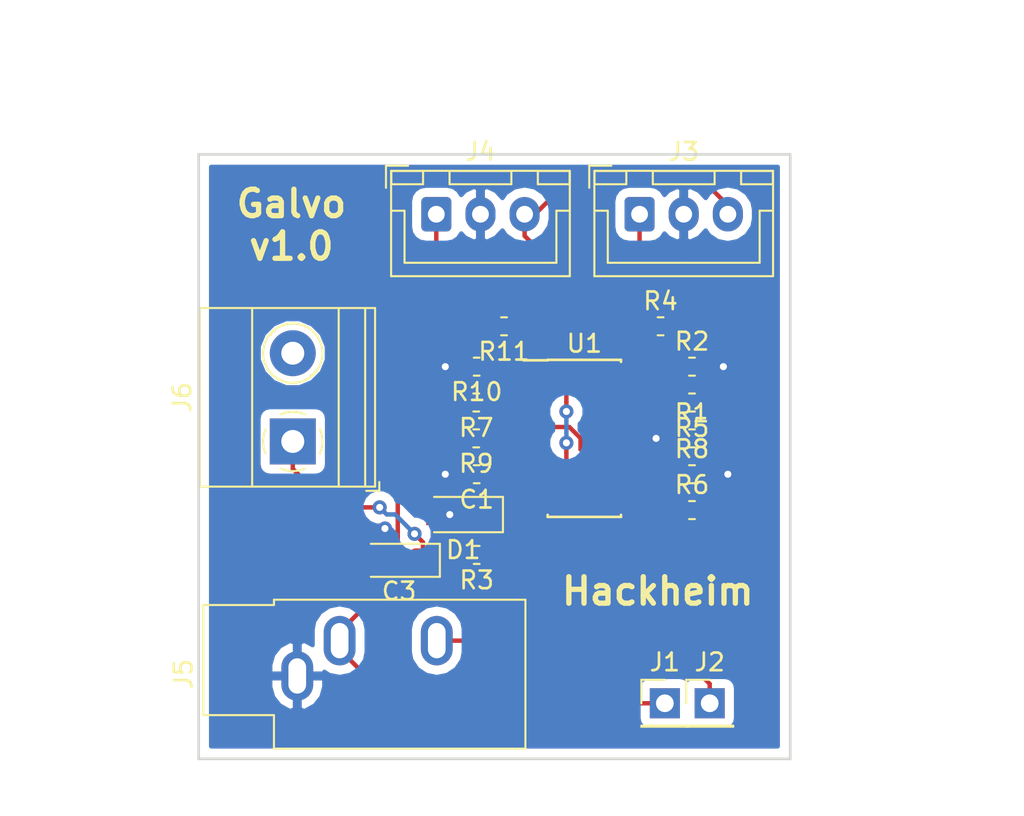
<source format=kicad_pcb>
(kicad_pcb (version 20171130) (host pcbnew 5.0.2-bee76a0~70~ubuntu18.04.1)

  (general
    (thickness 1.6)
    (drawings 6)
    (tracks 126)
    (zones 0)
    (modules 21)
    (nets 15)
  )

  (page A4)
  (layers
    (0 F.Cu signal)
    (31 B.Cu signal)
    (32 B.Adhes user)
    (33 F.Adhes user)
    (34 B.Paste user)
    (35 F.Paste user)
    (36 B.SilkS user)
    (37 F.SilkS user)
    (38 B.Mask user)
    (39 F.Mask user)
    (40 Dwgs.User user)
    (41 Cmts.User user)
    (42 Eco1.User user)
    (43 Eco2.User user)
    (44 Edge.Cuts user)
    (45 Margin user)
    (46 B.CrtYd user)
    (47 F.CrtYd user)
    (48 B.Fab user)
    (49 F.Fab user)
  )

  (setup
    (last_trace_width 0.25)
    (trace_clearance 0.2)
    (zone_clearance 0.508)
    (zone_45_only no)
    (trace_min 0.2)
    (segment_width 0.2)
    (edge_width 0.15)
    (via_size 0.8)
    (via_drill 0.4)
    (via_min_size 0.4)
    (via_min_drill 0.3)
    (uvia_size 0.3)
    (uvia_drill 0.1)
    (uvias_allowed no)
    (uvia_min_size 0.2)
    (uvia_min_drill 0.1)
    (pcb_text_width 0.3)
    (pcb_text_size 1.5 1.5)
    (mod_edge_width 0.15)
    (mod_text_size 1 1)
    (mod_text_width 0.15)
    (pad_size 1.524 1.524)
    (pad_drill 0.762)
    (pad_to_mask_clearance 0.051)
    (solder_mask_min_width 0.25)
    (aux_axis_origin 0 0)
    (visible_elements FFFFFF7F)
    (pcbplotparams
      (layerselection 0x010fc_ffffffff)
      (usegerberextensions false)
      (usegerberattributes false)
      (usegerberadvancedattributes false)
      (creategerberjobfile false)
      (excludeedgelayer true)
      (linewidth 0.100000)
      (plotframeref false)
      (viasonmask false)
      (mode 1)
      (useauxorigin false)
      (hpglpennumber 1)
      (hpglpenspeed 20)
      (hpglpendiameter 15.000000)
      (psnegative false)
      (psa4output false)
      (plotreference true)
      (plotvalue true)
      (plotinvisibletext false)
      (padsonsilk false)
      (subtractmaskfromsilk false)
      (outputformat 1)
      (mirror false)
      (drillshape 1)
      (scaleselection 1)
      (outputdirectory ""))
  )

  (net 0 "")
  (net 1 "Net-(D1-Pad1)")
  (net 2 GND)
  (net 3 "Net-(J1-Pad1)")
  (net 4 "Net-(J2-Pad1)")
  (net 5 "Net-(J3-Pad1)")
  (net 6 "Net-(J3-Pad3)")
  (net 7 "Net-(J4-Pad1)")
  (net 8 "Net-(R1-Pad1)")
  (net 9 "Net-(R2-Pad1)")
  (net 10 VCC)
  (net 11 "Net-(R5-Pad1)")
  (net 12 "Net-(R6-Pad1)")
  (net 13 "Net-(R7-Pad1)")
  (net 14 "Net-(R10-Pad1)")

  (net_class Default "This is the default net class."
    (clearance 0.2)
    (trace_width 0.25)
    (via_dia 0.8)
    (via_drill 0.4)
    (uvia_dia 0.3)
    (uvia_drill 0.1)
    (add_net GND)
    (add_net "Net-(D1-Pad1)")
    (add_net "Net-(J1-Pad1)")
    (add_net "Net-(J2-Pad1)")
    (add_net "Net-(J3-Pad1)")
    (add_net "Net-(J3-Pad3)")
    (add_net "Net-(J4-Pad1)")
    (add_net "Net-(R1-Pad1)")
    (add_net "Net-(R10-Pad1)")
    (add_net "Net-(R2-Pad1)")
    (add_net "Net-(R5-Pad1)")
    (add_net "Net-(R6-Pad1)")
    (add_net "Net-(R7-Pad1)")
    (add_net VCC)
  )

  (module Diode_SMD:D_SOD-123 (layer F.Cu) (tedit 58645DC7) (tstamp 5C76E03C)
    (at 141.732 89.408 180)
    (descr SOD-123)
    (tags SOD-123)
    (path /5C60D04F)
    (attr smd)
    (fp_text reference D1 (at 0 -2 180) (layer F.SilkS)
      (effects (font (size 1 1) (thickness 0.15)))
    )
    (fp_text value D_Zener (at 0 2.1 180) (layer F.Fab)
      (effects (font (size 1 1) (thickness 0.15)))
    )
    (fp_text user %R (at 0 -2 180) (layer F.Fab)
      (effects (font (size 1 1) (thickness 0.15)))
    )
    (fp_line (start -2.25 -1) (end -2.25 1) (layer F.SilkS) (width 0.12))
    (fp_line (start 0.25 0) (end 0.75 0) (layer F.Fab) (width 0.1))
    (fp_line (start 0.25 0.4) (end -0.35 0) (layer F.Fab) (width 0.1))
    (fp_line (start 0.25 -0.4) (end 0.25 0.4) (layer F.Fab) (width 0.1))
    (fp_line (start -0.35 0) (end 0.25 -0.4) (layer F.Fab) (width 0.1))
    (fp_line (start -0.35 0) (end -0.35 0.55) (layer F.Fab) (width 0.1))
    (fp_line (start -0.35 0) (end -0.35 -0.55) (layer F.Fab) (width 0.1))
    (fp_line (start -0.75 0) (end -0.35 0) (layer F.Fab) (width 0.1))
    (fp_line (start -1.4 0.9) (end -1.4 -0.9) (layer F.Fab) (width 0.1))
    (fp_line (start 1.4 0.9) (end -1.4 0.9) (layer F.Fab) (width 0.1))
    (fp_line (start 1.4 -0.9) (end 1.4 0.9) (layer F.Fab) (width 0.1))
    (fp_line (start -1.4 -0.9) (end 1.4 -0.9) (layer F.Fab) (width 0.1))
    (fp_line (start -2.35 -1.15) (end 2.35 -1.15) (layer F.CrtYd) (width 0.05))
    (fp_line (start 2.35 -1.15) (end 2.35 1.15) (layer F.CrtYd) (width 0.05))
    (fp_line (start 2.35 1.15) (end -2.35 1.15) (layer F.CrtYd) (width 0.05))
    (fp_line (start -2.35 -1.15) (end -2.35 1.15) (layer F.CrtYd) (width 0.05))
    (fp_line (start -2.25 1) (end 1.65 1) (layer F.SilkS) (width 0.12))
    (fp_line (start -2.25 -1) (end 1.65 -1) (layer F.SilkS) (width 0.12))
    (pad 1 smd rect (at -1.65 0 180) (size 0.9 1.2) (layers F.Cu F.Paste F.Mask)
      (net 1 "Net-(D1-Pad1)"))
    (pad 2 smd rect (at 1.65 0 180) (size 0.9 1.2) (layers F.Cu F.Paste F.Mask)
      (net 2 GND))
    (model ${KISYS3DMOD}/Diode_SMD.3dshapes/D_SOD-123.wrl
      (at (xyz 0 0 0))
      (scale (xyz 1 1 1))
      (rotate (xyz 0 0 0))
    )
  )

  (module Connector_PinHeader_2.54mm:PinHeader_1x01_P2.54mm_Vertical (layer F.Cu) (tedit 59FED5CC) (tstamp 5C76E8A8)
    (at 153.15 100.1)
    (descr "Through hole straight pin header, 1x01, 2.54mm pitch, single row")
    (tags "Through hole pin header THT 1x01 2.54mm single row")
    (path /5C5FD819)
    (fp_text reference J1 (at 0 -2.33) (layer F.SilkS)
      (effects (font (size 1 1) (thickness 0.15)))
    )
    (fp_text value Conn_01x01_Female (at 0 2.33) (layer F.Fab)
      (effects (font (size 1 1) (thickness 0.15)))
    )
    (fp_line (start -0.635 -1.27) (end 1.27 -1.27) (layer F.Fab) (width 0.1))
    (fp_line (start 1.27 -1.27) (end 1.27 1.27) (layer F.Fab) (width 0.1))
    (fp_line (start 1.27 1.27) (end -1.27 1.27) (layer F.Fab) (width 0.1))
    (fp_line (start -1.27 1.27) (end -1.27 -0.635) (layer F.Fab) (width 0.1))
    (fp_line (start -1.27 -0.635) (end -0.635 -1.27) (layer F.Fab) (width 0.1))
    (fp_line (start -1.33 1.33) (end 1.33 1.33) (layer F.SilkS) (width 0.12))
    (fp_line (start -1.33 1.27) (end -1.33 1.33) (layer F.SilkS) (width 0.12))
    (fp_line (start 1.33 1.27) (end 1.33 1.33) (layer F.SilkS) (width 0.12))
    (fp_line (start -1.33 1.27) (end 1.33 1.27) (layer F.SilkS) (width 0.12))
    (fp_line (start -1.33 0) (end -1.33 -1.33) (layer F.SilkS) (width 0.12))
    (fp_line (start -1.33 -1.33) (end 0 -1.33) (layer F.SilkS) (width 0.12))
    (fp_line (start -1.8 -1.8) (end -1.8 1.8) (layer F.CrtYd) (width 0.05))
    (fp_line (start -1.8 1.8) (end 1.8 1.8) (layer F.CrtYd) (width 0.05))
    (fp_line (start 1.8 1.8) (end 1.8 -1.8) (layer F.CrtYd) (width 0.05))
    (fp_line (start 1.8 -1.8) (end -1.8 -1.8) (layer F.CrtYd) (width 0.05))
    (fp_text user %R (at 0 0 90) (layer F.Fab)
      (effects (font (size 1 1) (thickness 0.15)))
    )
    (pad 1 thru_hole rect (at 0 0) (size 1.7 1.7) (drill 1) (layers *.Cu *.Mask)
      (net 3 "Net-(J1-Pad1)"))
    (model ${KISYS3DMOD}/Connector_PinHeader_2.54mm.3dshapes/PinHeader_1x01_P2.54mm_Vertical.wrl
      (at (xyz 0 0 0))
      (scale (xyz 1 1 1))
      (rotate (xyz 0 0 0))
    )
  )

  (module Connector_PinHeader_2.54mm:PinHeader_1x01_P2.54mm_Vertical (layer F.Cu) (tedit 59FED5CC) (tstamp 5C76E066)
    (at 155.69 100.1)
    (descr "Through hole straight pin header, 1x01, 2.54mm pitch, single row")
    (tags "Through hole pin header THT 1x01 2.54mm single row")
    (path /5C62309F)
    (fp_text reference J2 (at 0 -2.33) (layer F.SilkS)
      (effects (font (size 1 1) (thickness 0.15)))
    )
    (fp_text value Conn_01x01_Female (at 0 2.33) (layer F.Fab)
      (effects (font (size 1 1) (thickness 0.15)))
    )
    (fp_text user %R (at 0 0 90) (layer F.Fab)
      (effects (font (size 1 1) (thickness 0.15)))
    )
    (fp_line (start 1.8 -1.8) (end -1.8 -1.8) (layer F.CrtYd) (width 0.05))
    (fp_line (start 1.8 1.8) (end 1.8 -1.8) (layer F.CrtYd) (width 0.05))
    (fp_line (start -1.8 1.8) (end 1.8 1.8) (layer F.CrtYd) (width 0.05))
    (fp_line (start -1.8 -1.8) (end -1.8 1.8) (layer F.CrtYd) (width 0.05))
    (fp_line (start -1.33 -1.33) (end 0 -1.33) (layer F.SilkS) (width 0.12))
    (fp_line (start -1.33 0) (end -1.33 -1.33) (layer F.SilkS) (width 0.12))
    (fp_line (start -1.33 1.27) (end 1.33 1.27) (layer F.SilkS) (width 0.12))
    (fp_line (start 1.33 1.27) (end 1.33 1.33) (layer F.SilkS) (width 0.12))
    (fp_line (start -1.33 1.27) (end -1.33 1.33) (layer F.SilkS) (width 0.12))
    (fp_line (start -1.33 1.33) (end 1.33 1.33) (layer F.SilkS) (width 0.12))
    (fp_line (start -1.27 -0.635) (end -0.635 -1.27) (layer F.Fab) (width 0.1))
    (fp_line (start -1.27 1.27) (end -1.27 -0.635) (layer F.Fab) (width 0.1))
    (fp_line (start 1.27 1.27) (end -1.27 1.27) (layer F.Fab) (width 0.1))
    (fp_line (start 1.27 -1.27) (end 1.27 1.27) (layer F.Fab) (width 0.1))
    (fp_line (start -0.635 -1.27) (end 1.27 -1.27) (layer F.Fab) (width 0.1))
    (pad 1 thru_hole rect (at 0 0) (size 1.7 1.7) (drill 1) (layers *.Cu *.Mask)
      (net 4 "Net-(J2-Pad1)"))
    (model ${KISYS3DMOD}/Connector_PinHeader_2.54mm.3dshapes/PinHeader_1x01_P2.54mm_Vertical.wrl
      (at (xyz 0 0 0))
      (scale (xyz 1 1 1))
      (rotate (xyz 0 0 0))
    )
  )

  (module Resistor_SMD:R_0603_1608Metric (layer F.Cu) (tedit 5B301BBD) (tstamp 5C76F55A)
    (at 154.686 85.09)
    (descr "Resistor SMD 0603 (1608 Metric), square (rectangular) end terminal, IPC_7351 nominal, (Body size source: http://www.tortai-tech.com/upload/download/2011102023233369053.pdf), generated with kicad-footprint-generator")
    (tags resistor)
    (path /5C621C77)
    (attr smd)
    (fp_text reference R1 (at 0 -1.43) (layer F.SilkS)
      (effects (font (size 1 1) (thickness 0.15)))
    )
    (fp_text value R (at 0 1.43) (layer F.Fab)
      (effects (font (size 1 1) (thickness 0.15)))
    )
    (fp_line (start -0.8 0.4) (end -0.8 -0.4) (layer F.Fab) (width 0.1))
    (fp_line (start -0.8 -0.4) (end 0.8 -0.4) (layer F.Fab) (width 0.1))
    (fp_line (start 0.8 -0.4) (end 0.8 0.4) (layer F.Fab) (width 0.1))
    (fp_line (start 0.8 0.4) (end -0.8 0.4) (layer F.Fab) (width 0.1))
    (fp_line (start -0.162779 -0.51) (end 0.162779 -0.51) (layer F.SilkS) (width 0.12))
    (fp_line (start -0.162779 0.51) (end 0.162779 0.51) (layer F.SilkS) (width 0.12))
    (fp_line (start -1.48 0.73) (end -1.48 -0.73) (layer F.CrtYd) (width 0.05))
    (fp_line (start -1.48 -0.73) (end 1.48 -0.73) (layer F.CrtYd) (width 0.05))
    (fp_line (start 1.48 -0.73) (end 1.48 0.73) (layer F.CrtYd) (width 0.05))
    (fp_line (start 1.48 0.73) (end -1.48 0.73) (layer F.CrtYd) (width 0.05))
    (fp_text user %R (at 0 0) (layer F.Fab)
      (effects (font (size 0.4 0.4) (thickness 0.06)))
    )
    (pad 1 smd roundrect (at -0.7875 0) (size 0.875 0.95) (layers F.Cu F.Paste F.Mask) (roundrect_rratio 0.25)
      (net 8 "Net-(R1-Pad1)"))
    (pad 2 smd roundrect (at 0.7875 0) (size 0.875 0.95) (layers F.Cu F.Paste F.Mask) (roundrect_rratio 0.25)
      (net 4 "Net-(J2-Pad1)"))
    (model ${KISYS3DMOD}/Resistor_SMD.3dshapes/R_0603_1608Metric.wrl
      (at (xyz 0 0 0))
      (scale (xyz 1 1 1))
      (rotate (xyz 0 0 0))
    )
  )

  (module Resistor_SMD:R_0603_1608Metric (layer F.Cu) (tedit 5B301BBD) (tstamp 5C76E0B6)
    (at 154.686 81.026)
    (descr "Resistor SMD 0603 (1608 Metric), square (rectangular) end terminal, IPC_7351 nominal, (Body size source: http://www.tortai-tech.com/upload/download/2011102023233369053.pdf), generated with kicad-footprint-generator")
    (tags resistor)
    (path /5C61954F)
    (attr smd)
    (fp_text reference R2 (at 0 -1.43) (layer F.SilkS)
      (effects (font (size 1 1) (thickness 0.15)))
    )
    (fp_text value R (at 0 1.43) (layer F.Fab)
      (effects (font (size 1 1) (thickness 0.15)))
    )
    (fp_text user %R (at 0 0) (layer F.Fab)
      (effects (font (size 0.4 0.4) (thickness 0.06)))
    )
    (fp_line (start 1.48 0.73) (end -1.48 0.73) (layer F.CrtYd) (width 0.05))
    (fp_line (start 1.48 -0.73) (end 1.48 0.73) (layer F.CrtYd) (width 0.05))
    (fp_line (start -1.48 -0.73) (end 1.48 -0.73) (layer F.CrtYd) (width 0.05))
    (fp_line (start -1.48 0.73) (end -1.48 -0.73) (layer F.CrtYd) (width 0.05))
    (fp_line (start -0.162779 0.51) (end 0.162779 0.51) (layer F.SilkS) (width 0.12))
    (fp_line (start -0.162779 -0.51) (end 0.162779 -0.51) (layer F.SilkS) (width 0.12))
    (fp_line (start 0.8 0.4) (end -0.8 0.4) (layer F.Fab) (width 0.1))
    (fp_line (start 0.8 -0.4) (end 0.8 0.4) (layer F.Fab) (width 0.1))
    (fp_line (start -0.8 -0.4) (end 0.8 -0.4) (layer F.Fab) (width 0.1))
    (fp_line (start -0.8 0.4) (end -0.8 -0.4) (layer F.Fab) (width 0.1))
    (pad 2 smd roundrect (at 0.7875 0) (size 0.875 0.95) (layers F.Cu F.Paste F.Mask) (roundrect_rratio 0.25)
      (net 2 GND))
    (pad 1 smd roundrect (at -0.7875 0) (size 0.875 0.95) (layers F.Cu F.Paste F.Mask) (roundrect_rratio 0.25)
      (net 9 "Net-(R2-Pad1)"))
    (model ${KISYS3DMOD}/Resistor_SMD.3dshapes/R_0603_1608Metric.wrl
      (at (xyz 0 0 0))
      (scale (xyz 1 1 1))
      (rotate (xyz 0 0 0))
    )
  )

  (module Resistor_SMD:R_0603_1608Metric (layer F.Cu) (tedit 5B301BBD) (tstamp 5C76ED28)
    (at 142.494 91.694 180)
    (descr "Resistor SMD 0603 (1608 Metric), square (rectangular) end terminal, IPC_7351 nominal, (Body size source: http://www.tortai-tech.com/upload/download/2011102023233369053.pdf), generated with kicad-footprint-generator")
    (tags resistor)
    (path /5C60A573)
    (attr smd)
    (fp_text reference R3 (at 0 -1.43 180) (layer F.SilkS)
      (effects (font (size 1 1) (thickness 0.15)))
    )
    (fp_text value R (at 0 1.43 180) (layer F.Fab)
      (effects (font (size 1 1) (thickness 0.15)))
    )
    (fp_text user %R (at 0 0 180) (layer F.Fab)
      (effects (font (size 0.4 0.4) (thickness 0.06)))
    )
    (fp_line (start 1.48 0.73) (end -1.48 0.73) (layer F.CrtYd) (width 0.05))
    (fp_line (start 1.48 -0.73) (end 1.48 0.73) (layer F.CrtYd) (width 0.05))
    (fp_line (start -1.48 -0.73) (end 1.48 -0.73) (layer F.CrtYd) (width 0.05))
    (fp_line (start -1.48 0.73) (end -1.48 -0.73) (layer F.CrtYd) (width 0.05))
    (fp_line (start -0.162779 0.51) (end 0.162779 0.51) (layer F.SilkS) (width 0.12))
    (fp_line (start -0.162779 -0.51) (end 0.162779 -0.51) (layer F.SilkS) (width 0.12))
    (fp_line (start 0.8 0.4) (end -0.8 0.4) (layer F.Fab) (width 0.1))
    (fp_line (start 0.8 -0.4) (end 0.8 0.4) (layer F.Fab) (width 0.1))
    (fp_line (start -0.8 -0.4) (end 0.8 -0.4) (layer F.Fab) (width 0.1))
    (fp_line (start -0.8 0.4) (end -0.8 -0.4) (layer F.Fab) (width 0.1))
    (pad 2 smd roundrect (at 0.7875 0 180) (size 0.875 0.95) (layers F.Cu F.Paste F.Mask) (roundrect_rratio 0.25)
      (net 10 VCC))
    (pad 1 smd roundrect (at -0.7875 0 180) (size 0.875 0.95) (layers F.Cu F.Paste F.Mask) (roundrect_rratio 0.25)
      (net 1 "Net-(D1-Pad1)"))
    (model ${KISYS3DMOD}/Resistor_SMD.3dshapes/R_0603_1608Metric.wrl
      (at (xyz 0 0 0))
      (scale (xyz 1 1 1))
      (rotate (xyz 0 0 0))
    )
  )

  (module Resistor_SMD:R_0603_1608Metric (layer F.Cu) (tedit 5B301BBD) (tstamp 5C6FAD01)
    (at 152.908 78.74)
    (descr "Resistor SMD 0603 (1608 Metric), square (rectangular) end terminal, IPC_7351 nominal, (Body size source: http://www.tortai-tech.com/upload/download/2011102023233369053.pdf), generated with kicad-footprint-generator")
    (tags resistor)
    (path /5C615EAB)
    (attr smd)
    (fp_text reference R4 (at 0 -1.43) (layer F.SilkS)
      (effects (font (size 1 1) (thickness 0.15)))
    )
    (fp_text value R (at 0 1.43) (layer F.Fab)
      (effects (font (size 1 1) (thickness 0.15)))
    )
    (fp_text user %R (at -0.8 -0.4) (layer F.Fab)
      (effects (font (size 0.4 0.4) (thickness 0.06)))
    )
    (fp_line (start 1.48 0.73) (end -1.48 0.73) (layer F.CrtYd) (width 0.05))
    (fp_line (start 1.48 -0.73) (end 1.48 0.73) (layer F.CrtYd) (width 0.05))
    (fp_line (start -1.48 -0.73) (end 1.48 -0.73) (layer F.CrtYd) (width 0.05))
    (fp_line (start -1.48 0.73) (end -1.48 -0.73) (layer F.CrtYd) (width 0.05))
    (fp_line (start -0.162779 0.51) (end 0.162779 0.51) (layer F.SilkS) (width 0.12))
    (fp_line (start -0.162779 -0.51) (end 0.162779 -0.51) (layer F.SilkS) (width 0.12))
    (fp_line (start 0.8 0.4) (end -0.8 0.4) (layer F.Fab) (width 0.1))
    (fp_line (start 0.8 -0.4) (end 0.8 0.4) (layer F.Fab) (width 0.1))
    (fp_line (start -0.8 -0.4) (end 0.8 -0.4) (layer F.Fab) (width 0.1))
    (fp_line (start -0.8 0.4) (end -0.8 -0.4) (layer F.Fab) (width 0.1))
    (pad 2 smd roundrect (at 0.7875 0) (size 0.875 0.95) (layers F.Cu F.Paste F.Mask) (roundrect_rratio 0.25)
      (net 9 "Net-(R2-Pad1)"))
    (pad 1 smd roundrect (at -0.7875 0) (size 0.875 0.95) (layers F.Cu F.Paste F.Mask) (roundrect_rratio 0.25)
      (net 5 "Net-(J3-Pad1)"))
    (model ${KISYS3DMOD}/Resistor_SMD.3dshapes/R_0603_1608Metric.wrl
      (at (xyz 0 0 0))
      (scale (xyz 1 1 1))
      (rotate (xyz 0 0 0))
    )
  )

  (module Resistor_SMD:R_0603_1608Metric (layer F.Cu) (tedit 5B301BBD) (tstamp 5C76E6A9)
    (at 154.686 83.058 180)
    (descr "Resistor SMD 0603 (1608 Metric), square (rectangular) end terminal, IPC_7351 nominal, (Body size source: http://www.tortai-tech.com/upload/download/2011102023233369053.pdf), generated with kicad-footprint-generator")
    (tags resistor)
    (path /5C61B632)
    (attr smd)
    (fp_text reference R5 (at 0 -1.43 180) (layer F.SilkS)
      (effects (font (size 1 1) (thickness 0.15)))
    )
    (fp_text value R (at 0 1.43 180) (layer F.Fab)
      (effects (font (size 1 1) (thickness 0.15)))
    )
    (fp_line (start -0.8 0.4) (end -0.8 -0.4) (layer F.Fab) (width 0.1))
    (fp_line (start -0.8 -0.4) (end 0.8 -0.4) (layer F.Fab) (width 0.1))
    (fp_line (start 0.8 -0.4) (end 0.8 0.4) (layer F.Fab) (width 0.1))
    (fp_line (start 0.8 0.4) (end -0.8 0.4) (layer F.Fab) (width 0.1))
    (fp_line (start -0.162779 -0.51) (end 0.162779 -0.51) (layer F.SilkS) (width 0.12))
    (fp_line (start -0.162779 0.51) (end 0.162779 0.51) (layer F.SilkS) (width 0.12))
    (fp_line (start -1.48 0.73) (end -1.48 -0.73) (layer F.CrtYd) (width 0.05))
    (fp_line (start -1.48 -0.73) (end 1.48 -0.73) (layer F.CrtYd) (width 0.05))
    (fp_line (start 1.48 -0.73) (end 1.48 0.73) (layer F.CrtYd) (width 0.05))
    (fp_line (start 1.48 0.73) (end -1.48 0.73) (layer F.CrtYd) (width 0.05))
    (fp_text user %R (at 0 0 180) (layer F.Fab)
      (effects (font (size 0.4 0.4) (thickness 0.06)))
    )
    (pad 1 smd roundrect (at -0.7875 0 180) (size 0.875 0.95) (layers F.Cu F.Paste F.Mask) (roundrect_rratio 0.25)
      (net 11 "Net-(R5-Pad1)"))
    (pad 2 smd roundrect (at 0.7875 0 180) (size 0.875 0.95) (layers F.Cu F.Paste F.Mask) (roundrect_rratio 0.25)
      (net 8 "Net-(R1-Pad1)"))
    (model ${KISYS3DMOD}/Resistor_SMD.3dshapes/R_0603_1608Metric.wrl
      (at (xyz 0 0 0))
      (scale (xyz 1 1 1))
      (rotate (xyz 0 0 0))
    )
  )

  (module Resistor_SMD:R_0603_1608Metric (layer F.Cu) (tedit 5B301BBD) (tstamp 5C6F86FB)
    (at 154.686 89.154)
    (descr "Resistor SMD 0603 (1608 Metric), square (rectangular) end terminal, IPC_7351 nominal, (Body size source: http://www.tortai-tech.com/upload/download/2011102023233369053.pdf), generated with kicad-footprint-generator")
    (tags resistor)
    (path /5C604B84)
    (attr smd)
    (fp_text reference R6 (at 0 -1.43) (layer F.SilkS)
      (effects (font (size 1 1) (thickness 0.15)))
    )
    (fp_text value R (at 0 1.43) (layer F.Fab)
      (effects (font (size 1 1) (thickness 0.15)))
    )
    (fp_line (start -0.8 0.4) (end -0.8 -0.4) (layer F.Fab) (width 0.1))
    (fp_line (start -0.8 -0.4) (end 0.8 -0.4) (layer F.Fab) (width 0.1))
    (fp_line (start 0.8 -0.4) (end 0.8 0.4) (layer F.Fab) (width 0.1))
    (fp_line (start 0.8 0.4) (end -0.8 0.4) (layer F.Fab) (width 0.1))
    (fp_line (start -0.162779 -0.51) (end 0.162779 -0.51) (layer F.SilkS) (width 0.12))
    (fp_line (start -0.162779 0.51) (end 0.162779 0.51) (layer F.SilkS) (width 0.12))
    (fp_line (start -1.48 0.73) (end -1.48 -0.73) (layer F.CrtYd) (width 0.05))
    (fp_line (start -1.48 -0.73) (end 1.48 -0.73) (layer F.CrtYd) (width 0.05))
    (fp_line (start 1.48 -0.73) (end 1.48 0.73) (layer F.CrtYd) (width 0.05))
    (fp_line (start 1.48 0.73) (end -1.48 0.73) (layer F.CrtYd) (width 0.05))
    (fp_text user %R (at 0 0) (layer F.Fab)
      (effects (font (size 0.4 0.4) (thickness 0.06)))
    )
    (pad 1 smd roundrect (at -0.7875 0) (size 0.875 0.95) (layers F.Cu F.Paste F.Mask) (roundrect_rratio 0.25)
      (net 12 "Net-(R6-Pad1)"))
    (pad 2 smd roundrect (at 0.7875 0) (size 0.875 0.95) (layers F.Cu F.Paste F.Mask) (roundrect_rratio 0.25)
      (net 6 "Net-(J3-Pad3)"))
    (model ${KISYS3DMOD}/Resistor_SMD.3dshapes/R_0603_1608Metric.wrl
      (at (xyz 0 0 0))
      (scale (xyz 1 1 1))
      (rotate (xyz 0 0 0))
    )
  )

  (module Resistor_SMD:R_0603_1608Metric (layer F.Cu) (tedit 5B301BBD) (tstamp 5C76F0F0)
    (at 142.4685 83.058 180)
    (descr "Resistor SMD 0603 (1608 Metric), square (rectangular) end terminal, IPC_7351 nominal, (Body size source: http://www.tortai-tech.com/upload/download/2011102023233369053.pdf), generated with kicad-footprint-generator")
    (tags resistor)
    (path /5C60193D)
    (attr smd)
    (fp_text reference R7 (at 0 -1.43 180) (layer F.SilkS)
      (effects (font (size 1 1) (thickness 0.15)))
    )
    (fp_text value R (at 0 1.43 180) (layer F.Fab)
      (effects (font (size 1 1) (thickness 0.15)))
    )
    (fp_line (start -0.8 0.4) (end -0.8 -0.4) (layer F.Fab) (width 0.1))
    (fp_line (start -0.8 -0.4) (end 0.8 -0.4) (layer F.Fab) (width 0.1))
    (fp_line (start 0.8 -0.4) (end 0.8 0.4) (layer F.Fab) (width 0.1))
    (fp_line (start 0.8 0.4) (end -0.8 0.4) (layer F.Fab) (width 0.1))
    (fp_line (start -0.162779 -0.51) (end 0.162779 -0.51) (layer F.SilkS) (width 0.12))
    (fp_line (start -0.162779 0.51) (end 0.162779 0.51) (layer F.SilkS) (width 0.12))
    (fp_line (start -1.48 0.73) (end -1.48 -0.73) (layer F.CrtYd) (width 0.05))
    (fp_line (start -1.48 -0.73) (end 1.48 -0.73) (layer F.CrtYd) (width 0.05))
    (fp_line (start 1.48 -0.73) (end 1.48 0.73) (layer F.CrtYd) (width 0.05))
    (fp_line (start 1.48 0.73) (end -1.48 0.73) (layer F.CrtYd) (width 0.05))
    (fp_text user %R (at 0 0 180) (layer F.Fab)
      (effects (font (size 0.4 0.4) (thickness 0.06)))
    )
    (pad 1 smd roundrect (at -0.7875 0 180) (size 0.875 0.95) (layers F.Cu F.Paste F.Mask) (roundrect_rratio 0.25)
      (net 13 "Net-(R7-Pad1)"))
    (pad 2 smd roundrect (at 0.7875 0 180) (size 0.875 0.95) (layers F.Cu F.Paste F.Mask) (roundrect_rratio 0.25)
      (net 3 "Net-(J1-Pad1)"))
    (model ${KISYS3DMOD}/Resistor_SMD.3dshapes/R_0603_1608Metric.wrl
      (at (xyz 0 0 0))
      (scale (xyz 1 1 1))
      (rotate (xyz 0 0 0))
    )
  )

  (module Resistor_SMD:R_0603_1608Metric (layer F.Cu) (tedit 5B301BBD) (tstamp 5C76E11C)
    (at 154.686 87.122)
    (descr "Resistor SMD 0603 (1608 Metric), square (rectangular) end terminal, IPC_7351 nominal, (Body size source: http://www.tortai-tech.com/upload/download/2011102023233369053.pdf), generated with kicad-footprint-generator")
    (tags resistor)
    (path /5C60593D)
    (attr smd)
    (fp_text reference R8 (at 0 -1.43) (layer F.SilkS)
      (effects (font (size 1 1) (thickness 0.15)))
    )
    (fp_text value R (at 0 1.43) (layer F.Fab)
      (effects (font (size 1 1) (thickness 0.15)))
    )
    (fp_text user %R (at 0 0) (layer F.Fab)
      (effects (font (size 0.4 0.4) (thickness 0.06)))
    )
    (fp_line (start 1.48 0.73) (end -1.48 0.73) (layer F.CrtYd) (width 0.05))
    (fp_line (start 1.48 -0.73) (end 1.48 0.73) (layer F.CrtYd) (width 0.05))
    (fp_line (start -1.48 -0.73) (end 1.48 -0.73) (layer F.CrtYd) (width 0.05))
    (fp_line (start -1.48 0.73) (end -1.48 -0.73) (layer F.CrtYd) (width 0.05))
    (fp_line (start -0.162779 0.51) (end 0.162779 0.51) (layer F.SilkS) (width 0.12))
    (fp_line (start -0.162779 -0.51) (end 0.162779 -0.51) (layer F.SilkS) (width 0.12))
    (fp_line (start 0.8 0.4) (end -0.8 0.4) (layer F.Fab) (width 0.1))
    (fp_line (start 0.8 -0.4) (end 0.8 0.4) (layer F.Fab) (width 0.1))
    (fp_line (start -0.8 -0.4) (end 0.8 -0.4) (layer F.Fab) (width 0.1))
    (fp_line (start -0.8 0.4) (end -0.8 -0.4) (layer F.Fab) (width 0.1))
    (pad 2 smd roundrect (at 0.7875 0) (size 0.875 0.95) (layers F.Cu F.Paste F.Mask) (roundrect_rratio 0.25)
      (net 2 GND))
    (pad 1 smd roundrect (at -0.7875 0) (size 0.875 0.95) (layers F.Cu F.Paste F.Mask) (roundrect_rratio 0.25)
      (net 12 "Net-(R6-Pad1)"))
    (model ${KISYS3DMOD}/Resistor_SMD.3dshapes/R_0603_1608Metric.wrl
      (at (xyz 0 0 0))
      (scale (xyz 1 1 1))
      (rotate (xyz 0 0 0))
    )
  )

  (module Resistor_SMD:R_0603_1608Metric (layer F.Cu) (tedit 5B301BBD) (tstamp 5C76EADD)
    (at 142.4685 85.09 180)
    (descr "Resistor SMD 0603 (1608 Metric), square (rectangular) end terminal, IPC_7351 nominal, (Body size source: http://www.tortai-tech.com/upload/download/2011102023233369053.pdf), generated with kicad-footprint-generator")
    (tags resistor)
    (path /5C601CBA)
    (attr smd)
    (fp_text reference R9 (at 0 -1.43 180) (layer F.SilkS)
      (effects (font (size 1 1) (thickness 0.15)))
    )
    (fp_text value R (at 0 1.43 180) (layer F.Fab)
      (effects (font (size 1 1) (thickness 0.15)))
    )
    (fp_text user %R (at 0 0 180) (layer F.Fab)
      (effects (font (size 0.4 0.4) (thickness 0.06)))
    )
    (fp_line (start 1.48 0.73) (end -1.48 0.73) (layer F.CrtYd) (width 0.05))
    (fp_line (start 1.48 -0.73) (end 1.48 0.73) (layer F.CrtYd) (width 0.05))
    (fp_line (start -1.48 -0.73) (end 1.48 -0.73) (layer F.CrtYd) (width 0.05))
    (fp_line (start -1.48 0.73) (end -1.48 -0.73) (layer F.CrtYd) (width 0.05))
    (fp_line (start -0.162779 0.51) (end 0.162779 0.51) (layer F.SilkS) (width 0.12))
    (fp_line (start -0.162779 -0.51) (end 0.162779 -0.51) (layer F.SilkS) (width 0.12))
    (fp_line (start 0.8 0.4) (end -0.8 0.4) (layer F.Fab) (width 0.1))
    (fp_line (start 0.8 -0.4) (end 0.8 0.4) (layer F.Fab) (width 0.1))
    (fp_line (start -0.8 -0.4) (end 0.8 -0.4) (layer F.Fab) (width 0.1))
    (fp_line (start -0.8 0.4) (end -0.8 -0.4) (layer F.Fab) (width 0.1))
    (pad 2 smd roundrect (at 0.7875 0 180) (size 0.875 0.95) (layers F.Cu F.Paste F.Mask) (roundrect_rratio 0.25)
      (net 11 "Net-(R5-Pad1)"))
    (pad 1 smd roundrect (at -0.7875 0 180) (size 0.875 0.95) (layers F.Cu F.Paste F.Mask) (roundrect_rratio 0.25)
      (net 13 "Net-(R7-Pad1)"))
    (model ${KISYS3DMOD}/Resistor_SMD.3dshapes/R_0603_1608Metric.wrl
      (at (xyz 0 0 0))
      (scale (xyz 1 1 1))
      (rotate (xyz 0 0 0))
    )
  )

  (module Resistor_SMD:R_0603_1608Metric (layer F.Cu) (tedit 5B301BBD) (tstamp 5C76E13E)
    (at 142.494 81.026 180)
    (descr "Resistor SMD 0603 (1608 Metric), square (rectangular) end terminal, IPC_7351 nominal, (Body size source: http://www.tortai-tech.com/upload/download/2011102023233369053.pdf), generated with kicad-footprint-generator")
    (tags resistor)
    (path /5C5FE9AA)
    (attr smd)
    (fp_text reference R10 (at 0 -1.43 180) (layer F.SilkS)
      (effects (font (size 1 1) (thickness 0.15)))
    )
    (fp_text value R (at 0 1.43 180) (layer F.Fab)
      (effects (font (size 1 1) (thickness 0.15)))
    )
    (fp_text user %R (at 0 0 180) (layer F.Fab)
      (effects (font (size 0.4 0.4) (thickness 0.06)))
    )
    (fp_line (start 1.48 0.73) (end -1.48 0.73) (layer F.CrtYd) (width 0.05))
    (fp_line (start 1.48 -0.73) (end 1.48 0.73) (layer F.CrtYd) (width 0.05))
    (fp_line (start -1.48 -0.73) (end 1.48 -0.73) (layer F.CrtYd) (width 0.05))
    (fp_line (start -1.48 0.73) (end -1.48 -0.73) (layer F.CrtYd) (width 0.05))
    (fp_line (start -0.162779 0.51) (end 0.162779 0.51) (layer F.SilkS) (width 0.12))
    (fp_line (start -0.162779 -0.51) (end 0.162779 -0.51) (layer F.SilkS) (width 0.12))
    (fp_line (start 0.8 0.4) (end -0.8 0.4) (layer F.Fab) (width 0.1))
    (fp_line (start 0.8 -0.4) (end 0.8 0.4) (layer F.Fab) (width 0.1))
    (fp_line (start -0.8 -0.4) (end 0.8 -0.4) (layer F.Fab) (width 0.1))
    (fp_line (start -0.8 0.4) (end -0.8 -0.4) (layer F.Fab) (width 0.1))
    (pad 2 smd roundrect (at 0.7875 0 180) (size 0.875 0.95) (layers F.Cu F.Paste F.Mask) (roundrect_rratio 0.25)
      (net 2 GND))
    (pad 1 smd roundrect (at -0.7875 0 180) (size 0.875 0.95) (layers F.Cu F.Paste F.Mask) (roundrect_rratio 0.25)
      (net 14 "Net-(R10-Pad1)"))
    (model ${KISYS3DMOD}/Resistor_SMD.3dshapes/R_0603_1608Metric.wrl
      (at (xyz 0 0 0))
      (scale (xyz 1 1 1))
      (rotate (xyz 0 0 0))
    )
  )

  (module Resistor_SMD:R_0603_1608Metric (layer F.Cu) (tedit 5B301BBD) (tstamp 5C76EDCC)
    (at 144.0435 78.74 180)
    (descr "Resistor SMD 0603 (1608 Metric), square (rectangular) end terminal, IPC_7351 nominal, (Body size source: http://www.tortai-tech.com/upload/download/2011102023233369053.pdf), generated with kicad-footprint-generator")
    (tags resistor)
    (path /5C6012D9)
    (attr smd)
    (fp_text reference R11 (at 0 -1.43 180) (layer F.SilkS)
      (effects (font (size 1 1) (thickness 0.15)))
    )
    (fp_text value R (at 0 1.43 180) (layer F.Fab)
      (effects (font (size 1 1) (thickness 0.15)))
    )
    (fp_text user %R (at 0 0 180) (layer F.Fab)
      (effects (font (size 0.4 0.4) (thickness 0.06)))
    )
    (fp_line (start 1.48 0.73) (end -1.48 0.73) (layer F.CrtYd) (width 0.05))
    (fp_line (start 1.48 -0.73) (end 1.48 0.73) (layer F.CrtYd) (width 0.05))
    (fp_line (start -1.48 -0.73) (end 1.48 -0.73) (layer F.CrtYd) (width 0.05))
    (fp_line (start -1.48 0.73) (end -1.48 -0.73) (layer F.CrtYd) (width 0.05))
    (fp_line (start -0.162779 0.51) (end 0.162779 0.51) (layer F.SilkS) (width 0.12))
    (fp_line (start -0.162779 -0.51) (end 0.162779 -0.51) (layer F.SilkS) (width 0.12))
    (fp_line (start 0.8 0.4) (end -0.8 0.4) (layer F.Fab) (width 0.1))
    (fp_line (start 0.8 -0.4) (end 0.8 0.4) (layer F.Fab) (width 0.1))
    (fp_line (start -0.8 -0.4) (end 0.8 -0.4) (layer F.Fab) (width 0.1))
    (fp_line (start -0.8 0.4) (end -0.8 -0.4) (layer F.Fab) (width 0.1))
    (pad 2 smd roundrect (at 0.7875 0 180) (size 0.875 0.95) (layers F.Cu F.Paste F.Mask) (roundrect_rratio 0.25)
      (net 14 "Net-(R10-Pad1)"))
    (pad 1 smd roundrect (at -0.7875 0 180) (size 0.875 0.95) (layers F.Cu F.Paste F.Mask) (roundrect_rratio 0.25)
      (net 7 "Net-(J4-Pad1)"))
    (model ${KISYS3DMOD}/Resistor_SMD.3dshapes/R_0603_1608Metric.wrl
      (at (xyz 0 0 0))
      (scale (xyz 1 1 1))
      (rotate (xyz 0 0 0))
    )
  )

  (module Package_SO:SOIC-14_3.9x8.7mm_P1.27mm (layer F.Cu) (tedit 5A02F2D3) (tstamp 5C76E172)
    (at 148.59 85.09)
    (descr "14-Lead Plastic Small Outline (SL) - Narrow, 3.90 mm Body [SOIC] (see Microchip Packaging Specification 00000049BS.pdf)")
    (tags "SOIC 1.27")
    (path /5C5FDA26)
    (attr smd)
    (fp_text reference U1 (at 0 -5.375) (layer F.SilkS)
      (effects (font (size 1 1) (thickness 0.15)))
    )
    (fp_text value LM324D (at 0 5.375) (layer F.Fab)
      (effects (font (size 1 1) (thickness 0.15)))
    )
    (fp_text user %R (at 0 0) (layer F.Fab)
      (effects (font (size 0.9 0.9) (thickness 0.135)))
    )
    (fp_line (start -0.95 -4.35) (end 1.95 -4.35) (layer F.Fab) (width 0.15))
    (fp_line (start 1.95 -4.35) (end 1.95 4.35) (layer F.Fab) (width 0.15))
    (fp_line (start 1.95 4.35) (end -1.95 4.35) (layer F.Fab) (width 0.15))
    (fp_line (start -1.95 4.35) (end -1.95 -3.35) (layer F.Fab) (width 0.15))
    (fp_line (start -1.95 -3.35) (end -0.95 -4.35) (layer F.Fab) (width 0.15))
    (fp_line (start -3.7 -4.65) (end -3.7 4.65) (layer F.CrtYd) (width 0.05))
    (fp_line (start 3.7 -4.65) (end 3.7 4.65) (layer F.CrtYd) (width 0.05))
    (fp_line (start -3.7 -4.65) (end 3.7 -4.65) (layer F.CrtYd) (width 0.05))
    (fp_line (start -3.7 4.65) (end 3.7 4.65) (layer F.CrtYd) (width 0.05))
    (fp_line (start -2.075 -4.45) (end -2.075 -4.425) (layer F.SilkS) (width 0.15))
    (fp_line (start 2.075 -4.45) (end 2.075 -4.335) (layer F.SilkS) (width 0.15))
    (fp_line (start 2.075 4.45) (end 2.075 4.335) (layer F.SilkS) (width 0.15))
    (fp_line (start -2.075 4.45) (end -2.075 4.335) (layer F.SilkS) (width 0.15))
    (fp_line (start -2.075 -4.45) (end 2.075 -4.45) (layer F.SilkS) (width 0.15))
    (fp_line (start -2.075 4.45) (end 2.075 4.45) (layer F.SilkS) (width 0.15))
    (fp_line (start -2.075 -4.425) (end -3.45 -4.425) (layer F.SilkS) (width 0.15))
    (pad 1 smd rect (at -2.7 -3.81) (size 1.5 0.6) (layers F.Cu F.Paste F.Mask)
      (net 7 "Net-(J4-Pad1)"))
    (pad 2 smd rect (at -2.7 -2.54) (size 1.5 0.6) (layers F.Cu F.Paste F.Mask)
      (net 14 "Net-(R10-Pad1)"))
    (pad 3 smd rect (at -2.7 -1.27) (size 1.5 0.6) (layers F.Cu F.Paste F.Mask)
      (net 13 "Net-(R7-Pad1)"))
    (pad 4 smd rect (at -2.7 0) (size 1.5 0.6) (layers F.Cu F.Paste F.Mask)
      (net 10 VCC))
    (pad 5 smd rect (at -2.7 1.27) (size 1.5 0.6) (layers F.Cu F.Paste F.Mask)
      (net 1 "Net-(D1-Pad1)"))
    (pad 6 smd rect (at -2.7 2.54) (size 1.5 0.6) (layers F.Cu F.Paste F.Mask)
      (net 6 "Net-(J3-Pad3)"))
    (pad 7 smd rect (at -2.7 3.81) (size 1.5 0.6) (layers F.Cu F.Paste F.Mask)
      (net 6 "Net-(J3-Pad3)"))
    (pad 8 smd rect (at 2.7 3.81) (size 1.5 0.6) (layers F.Cu F.Paste F.Mask)
      (net 11 "Net-(R5-Pad1)"))
    (pad 9 smd rect (at 2.7 2.54) (size 1.5 0.6) (layers F.Cu F.Paste F.Mask)
      (net 11 "Net-(R5-Pad1)"))
    (pad 10 smd rect (at 2.7 1.27) (size 1.5 0.6) (layers F.Cu F.Paste F.Mask)
      (net 12 "Net-(R6-Pad1)"))
    (pad 11 smd rect (at 2.7 0) (size 1.5 0.6) (layers F.Cu F.Paste F.Mask)
      (net 2 GND))
    (pad 12 smd rect (at 2.7 -1.27) (size 1.5 0.6) (layers F.Cu F.Paste F.Mask)
      (net 8 "Net-(R1-Pad1)"))
    (pad 13 smd rect (at 2.7 -2.54) (size 1.5 0.6) (layers F.Cu F.Paste F.Mask)
      (net 9 "Net-(R2-Pad1)"))
    (pad 14 smd rect (at 2.7 -3.81) (size 1.5 0.6) (layers F.Cu F.Paste F.Mask)
      (net 5 "Net-(J3-Pad1)"))
    (model ${KISYS3DMOD}/Package_SO.3dshapes/SOIC-14_3.9x8.7mm_P1.27mm.wrl
      (at (xyz 0 0 0))
      (scale (xyz 1 1 1))
      (rotate (xyz 0 0 0))
    )
  )

  (module Connector_Audio:Jack_3.5mm_CUI_SJ1-3533NG_Horizontal (layer F.Cu) (tedit 5BAD3514) (tstamp 5C7705AA)
    (at 132.334 98.552 90)
    (descr "TRS 3.5mm, horizontal, through-hole, https://www.cui.com/product/resource/sj1-353xng.pdf")
    (tags "TRS audio jack stereo horizontal")
    (path /5C64E839)
    (fp_text reference J5 (at 0.1 -6.45 90) (layer F.SilkS)
      (effects (font (size 1 1) (thickness 0.15)))
    )
    (fp_text value AudioJack3 (at 0.1 14.05 90) (layer F.Fab)
      (effects (font (size 1 1) (thickness 0.15)))
    )
    (fp_line (start -2.1 -5.2) (end 3.9 -5.2) (layer F.Fab) (width 0.1))
    (fp_line (start 3.9 -5.2) (end 3.9 -1.2) (layer F.Fab) (width 0.1))
    (fp_line (start 3.9 -1.2) (end 4.2 -1.2) (layer F.Fab) (width 0.1))
    (fp_line (start 4.2 -1.2) (end 4.2 12.8) (layer F.Fab) (width 0.1))
    (fp_line (start 4.2 12.8) (end -4 12.8) (layer F.Fab) (width 0.1))
    (fp_line (start -4 12.8) (end -4 -1.2) (layer F.Fab) (width 0.1))
    (fp_line (start -4 -1.2) (end -2.1 -1.2) (layer F.Fab) (width 0.1))
    (fp_line (start -2.1 -1.2) (end -2.1 -5.2) (layer F.Fab) (width 0.1))
    (fp_line (start -2.22 -5.32) (end 4.02 -5.32) (layer F.SilkS) (width 0.12))
    (fp_line (start 4.02 -5.32) (end 4.02 -1.32) (layer F.SilkS) (width 0.12))
    (fp_line (start 4.02 -1.32) (end 4.32 -1.32) (layer F.SilkS) (width 0.12))
    (fp_line (start 4.32 -1.32) (end 4.32 12.92) (layer F.SilkS) (width 0.12))
    (fp_line (start 4.32 12.92) (end -4.12 12.92) (layer F.SilkS) (width 0.12))
    (fp_line (start -4.12 12.92) (end -4.12 -1.32) (layer F.SilkS) (width 0.12))
    (fp_line (start -4.12 -1.32) (end -2.22 -1.32) (layer F.SilkS) (width 0.12))
    (fp_line (start -2.22 -1.32) (end -2.22 -5.32) (layer F.SilkS) (width 0.12))
    (fp_line (start -4.5 -5.7) (end -4.5 13.3) (layer F.CrtYd) (width 0.05))
    (fp_line (start -4.5 13.3) (end 4.7 13.3) (layer F.CrtYd) (width 0.05))
    (fp_line (start 4.7 13.3) (end 4.7 -5.7) (layer F.CrtYd) (width 0.05))
    (fp_line (start 4.7 -5.7) (end -4.5 -5.7) (layer F.CrtYd) (width 0.05))
    (fp_text user %R (at 0.1 3.8 90) (layer F.Fab)
      (effects (font (size 1 1) (thickness 0.15)))
    )
    (pad S thru_hole oval (at 0 0 90) (size 2.8 1.8) (drill oval 2 1) (layers *.Cu *.Mask)
      (net 2 GND))
    (pad T thru_hole oval (at 2 2.4 90) (size 2.8 1.8) (drill oval 2 1) (layers *.Cu *.Mask)
      (net 3 "Net-(J1-Pad1)"))
    (pad R thru_hole oval (at 2 7.9 90) (size 2.8 1.8) (drill oval 2 1) (layers *.Cu *.Mask)
      (net 4 "Net-(J2-Pad1)"))
    (model ${KISYS3DMOD}/Connector_Audio.3dshapes/Jack_3.5mm_CUI_SJ1-3533NG_Horizontal.wrl
      (at (xyz 0 0 0))
      (scale (xyz 1 1 1))
      (rotate (xyz 0 0 0))
    )
  )

  (module Capacitor_SMD:C_0603_1608Metric (layer F.Cu) (tedit 5B301BBE) (tstamp 5C6F73CE)
    (at 142.494 87.122 180)
    (descr "Capacitor SMD 0603 (1608 Metric), square (rectangular) end terminal, IPC_7351 nominal, (Body size source: http://www.tortai-tech.com/upload/download/2011102023233369053.pdf), generated with kicad-footprint-generator")
    (tags capacitor)
    (path /5C63FC20)
    (attr smd)
    (fp_text reference C1 (at 0 -1.43 180) (layer F.SilkS)
      (effects (font (size 1 1) (thickness 0.15)))
    )
    (fp_text value CP (at 0 1.43 180) (layer F.Fab)
      (effects (font (size 1 1) (thickness 0.15)))
    )
    (fp_line (start -0.8 0.4) (end -0.8 -0.4) (layer F.Fab) (width 0.1))
    (fp_line (start -0.8 -0.4) (end 0.8 -0.4) (layer F.Fab) (width 0.1))
    (fp_line (start 0.8 -0.4) (end 0.8 0.4) (layer F.Fab) (width 0.1))
    (fp_line (start 0.8 0.4) (end -0.8 0.4) (layer F.Fab) (width 0.1))
    (fp_line (start -0.162779 -0.51) (end 0.162779 -0.51) (layer F.SilkS) (width 0.12))
    (fp_line (start -0.162779 0.51) (end 0.162779 0.51) (layer F.SilkS) (width 0.12))
    (fp_line (start -1.48 0.73) (end -1.48 -0.73) (layer F.CrtYd) (width 0.05))
    (fp_line (start -1.48 -0.73) (end 1.48 -0.73) (layer F.CrtYd) (width 0.05))
    (fp_line (start 1.48 -0.73) (end 1.48 0.73) (layer F.CrtYd) (width 0.05))
    (fp_line (start 1.48 0.73) (end -1.48 0.73) (layer F.CrtYd) (width 0.05))
    (fp_text user %R (at 0 0 180) (layer F.Fab)
      (effects (font (size 0.4 0.4) (thickness 0.06)))
    )
    (pad 1 smd roundrect (at -0.7875 0 180) (size 0.875 0.95) (layers F.Cu F.Paste F.Mask) (roundrect_rratio 0.25)
      (net 10 VCC))
    (pad 2 smd roundrect (at 0.7875 0 180) (size 0.875 0.95) (layers F.Cu F.Paste F.Mask) (roundrect_rratio 0.25)
      (net 2 GND))
    (model ${KISYS3DMOD}/Capacitor_SMD.3dshapes/C_0603_1608Metric.wrl
      (at (xyz 0 0 0))
      (scale (xyz 1 1 1))
      (rotate (xyz 0 0 0))
    )
  )

  (module Capacitor_Tantalum_SMD:CP_EIA-3216-18_Kemet-A (layer F.Cu) (tedit 5B301BBE) (tstamp 5C6F73F2)
    (at 138.1 92 180)
    (descr "Tantalum Capacitor SMD Kemet-A (3216-18 Metric), IPC_7351 nominal, (Body size from: http://www.kemet.com/Lists/ProductCatalog/Attachments/253/KEM_TC101_STD.pdf), generated with kicad-footprint-generator")
    (tags "capacitor tantalum")
    (path /5C63A231)
    (attr smd)
    (fp_text reference C3 (at 0 -1.75 180) (layer F.SilkS)
      (effects (font (size 1 1) (thickness 0.15)))
    )
    (fp_text value C (at 0 1.75 180) (layer F.Fab)
      (effects (font (size 1 1) (thickness 0.15)))
    )
    (fp_line (start 1.6 -0.8) (end -1.2 -0.8) (layer F.Fab) (width 0.1))
    (fp_line (start -1.2 -0.8) (end -1.6 -0.4) (layer F.Fab) (width 0.1))
    (fp_line (start -1.6 -0.4) (end -1.6 0.8) (layer F.Fab) (width 0.1))
    (fp_line (start -1.6 0.8) (end 1.6 0.8) (layer F.Fab) (width 0.1))
    (fp_line (start 1.6 0.8) (end 1.6 -0.8) (layer F.Fab) (width 0.1))
    (fp_line (start 1.6 -0.935) (end -2.31 -0.935) (layer F.SilkS) (width 0.12))
    (fp_line (start -2.31 -0.935) (end -2.31 0.935) (layer F.SilkS) (width 0.12))
    (fp_line (start -2.31 0.935) (end 1.6 0.935) (layer F.SilkS) (width 0.12))
    (fp_line (start -2.3 1.05) (end -2.3 -1.05) (layer F.CrtYd) (width 0.05))
    (fp_line (start -2.3 -1.05) (end 2.3 -1.05) (layer F.CrtYd) (width 0.05))
    (fp_line (start 2.3 -1.05) (end 2.3 1.05) (layer F.CrtYd) (width 0.05))
    (fp_line (start 2.3 1.05) (end -2.3 1.05) (layer F.CrtYd) (width 0.05))
    (fp_text user %R (at 0 0 180) (layer F.Fab)
      (effects (font (size 0.8 0.8) (thickness 0.12)))
    )
    (pad 1 smd roundrect (at -1.35 0 180) (size 1.4 1.35) (layers F.Cu F.Paste F.Mask) (roundrect_rratio 0.185185)
      (net 10 VCC))
    (pad 2 smd roundrect (at 1.35 0 180) (size 1.4 1.35) (layers F.Cu F.Paste F.Mask) (roundrect_rratio 0.185185)
      (net 2 GND))
    (model ${KISYS3DMOD}/Capacitor_Tantalum_SMD.3dshapes/CP_EIA-3216-18_Kemet-A.wrl
      (at (xyz 0 0 0))
      (scale (xyz 1 1 1))
      (rotate (xyz 0 0 0))
    )
  )

  (module Connector_JST:JST_XH_B03B-XH-A_1x03_P2.50mm_Vertical (layer F.Cu) (tedit 5B7754C5) (tstamp 5C6F7CF0)
    (at 151.718 72.39)
    (descr "JST XH series connector, B03B-XH-A (http://www.jst-mfg.com/product/pdf/eng/eXH.pdf), generated with kicad-footprint-generator")
    (tags "connector JST XH side entry")
    (path /5C6065E1)
    (fp_text reference J3 (at 2.5 -3.55) (layer F.SilkS)
      (effects (font (size 1 1) (thickness 0.15)))
    )
    (fp_text value Conn_01x03_Male (at 2.5 4.6) (layer F.Fab)
      (effects (font (size 1 1) (thickness 0.15)))
    )
    (fp_line (start -2.45 -2.35) (end -2.45 3.4) (layer F.Fab) (width 0.1))
    (fp_line (start -2.45 3.4) (end 7.45 3.4) (layer F.Fab) (width 0.1))
    (fp_line (start 7.45 3.4) (end 7.45 -2.35) (layer F.Fab) (width 0.1))
    (fp_line (start 7.45 -2.35) (end -2.45 -2.35) (layer F.Fab) (width 0.1))
    (fp_line (start -2.56 -2.46) (end -2.56 3.51) (layer F.SilkS) (width 0.12))
    (fp_line (start -2.56 3.51) (end 7.56 3.51) (layer F.SilkS) (width 0.12))
    (fp_line (start 7.56 3.51) (end 7.56 -2.46) (layer F.SilkS) (width 0.12))
    (fp_line (start 7.56 -2.46) (end -2.56 -2.46) (layer F.SilkS) (width 0.12))
    (fp_line (start -2.95 -2.85) (end -2.95 3.9) (layer F.CrtYd) (width 0.05))
    (fp_line (start -2.95 3.9) (end 7.95 3.9) (layer F.CrtYd) (width 0.05))
    (fp_line (start 7.95 3.9) (end 7.95 -2.85) (layer F.CrtYd) (width 0.05))
    (fp_line (start 7.95 -2.85) (end -2.95 -2.85) (layer F.CrtYd) (width 0.05))
    (fp_line (start -0.625 -2.35) (end 0 -1.35) (layer F.Fab) (width 0.1))
    (fp_line (start 0 -1.35) (end 0.625 -2.35) (layer F.Fab) (width 0.1))
    (fp_line (start 0.75 -2.45) (end 0.75 -1.7) (layer F.SilkS) (width 0.12))
    (fp_line (start 0.75 -1.7) (end 4.25 -1.7) (layer F.SilkS) (width 0.12))
    (fp_line (start 4.25 -1.7) (end 4.25 -2.45) (layer F.SilkS) (width 0.12))
    (fp_line (start 4.25 -2.45) (end 0.75 -2.45) (layer F.SilkS) (width 0.12))
    (fp_line (start -2.55 -2.45) (end -2.55 -1.7) (layer F.SilkS) (width 0.12))
    (fp_line (start -2.55 -1.7) (end -0.75 -1.7) (layer F.SilkS) (width 0.12))
    (fp_line (start -0.75 -1.7) (end -0.75 -2.45) (layer F.SilkS) (width 0.12))
    (fp_line (start -0.75 -2.45) (end -2.55 -2.45) (layer F.SilkS) (width 0.12))
    (fp_line (start 5.75 -2.45) (end 5.75 -1.7) (layer F.SilkS) (width 0.12))
    (fp_line (start 5.75 -1.7) (end 7.55 -1.7) (layer F.SilkS) (width 0.12))
    (fp_line (start 7.55 -1.7) (end 7.55 -2.45) (layer F.SilkS) (width 0.12))
    (fp_line (start 7.55 -2.45) (end 5.75 -2.45) (layer F.SilkS) (width 0.12))
    (fp_line (start -2.55 -0.2) (end -1.8 -0.2) (layer F.SilkS) (width 0.12))
    (fp_line (start -1.8 -0.2) (end -1.8 2.75) (layer F.SilkS) (width 0.12))
    (fp_line (start -1.8 2.75) (end 2.5 2.75) (layer F.SilkS) (width 0.12))
    (fp_line (start 7.55 -0.2) (end 6.8 -0.2) (layer F.SilkS) (width 0.12))
    (fp_line (start 6.8 -0.2) (end 6.8 2.75) (layer F.SilkS) (width 0.12))
    (fp_line (start 6.8 2.75) (end 2.5 2.75) (layer F.SilkS) (width 0.12))
    (fp_line (start -1.6 -2.75) (end -2.85 -2.75) (layer F.SilkS) (width 0.12))
    (fp_line (start -2.85 -2.75) (end -2.85 -1.5) (layer F.SilkS) (width 0.12))
    (fp_text user %R (at 2.5 2.7) (layer F.Fab)
      (effects (font (size 1 1) (thickness 0.15)))
    )
    (pad 1 thru_hole roundrect (at 0 0) (size 1.7 1.95) (drill 0.95) (layers *.Cu *.Mask) (roundrect_rratio 0.147059)
      (net 5 "Net-(J3-Pad1)"))
    (pad 2 thru_hole oval (at 2.5 0) (size 1.7 1.95) (drill 0.95) (layers *.Cu *.Mask)
      (net 2 GND))
    (pad 3 thru_hole oval (at 5 0) (size 1.7 1.95) (drill 0.95) (layers *.Cu *.Mask)
      (net 6 "Net-(J3-Pad3)"))
    (model ${KISYS3DMOD}/Connector_JST.3dshapes/JST_XH_B03B-XH-A_1x03_P2.50mm_Vertical.wrl
      (at (xyz 0 0 0))
      (scale (xyz 1 1 1))
      (rotate (xyz 0 0 0))
    )
  )

  (module Connector_JST:JST_XH_B03B-XH-A_1x03_P2.50mm_Vertical (layer F.Cu) (tedit 5B7754C5) (tstamp 5C6F7D1A)
    (at 140.208 72.39)
    (descr "JST XH series connector, B03B-XH-A (http://www.jst-mfg.com/product/pdf/eng/eXH.pdf), generated with kicad-footprint-generator")
    (tags "connector JST XH side entry")
    (path /5C5FEB0A)
    (fp_text reference J4 (at 2.5 -3.55) (layer F.SilkS)
      (effects (font (size 1 1) (thickness 0.15)))
    )
    (fp_text value Conn_01x03_Male (at 2.5 4.6) (layer F.Fab)
      (effects (font (size 1 1) (thickness 0.15)))
    )
    (fp_text user %R (at 2.5 2.7) (layer F.Fab)
      (effects (font (size 1 1) (thickness 0.15)))
    )
    (fp_line (start -2.85 -2.75) (end -2.85 -1.5) (layer F.SilkS) (width 0.12))
    (fp_line (start -1.6 -2.75) (end -2.85 -2.75) (layer F.SilkS) (width 0.12))
    (fp_line (start 6.8 2.75) (end 2.5 2.75) (layer F.SilkS) (width 0.12))
    (fp_line (start 6.8 -0.2) (end 6.8 2.75) (layer F.SilkS) (width 0.12))
    (fp_line (start 7.55 -0.2) (end 6.8 -0.2) (layer F.SilkS) (width 0.12))
    (fp_line (start -1.8 2.75) (end 2.5 2.75) (layer F.SilkS) (width 0.12))
    (fp_line (start -1.8 -0.2) (end -1.8 2.75) (layer F.SilkS) (width 0.12))
    (fp_line (start -2.55 -0.2) (end -1.8 -0.2) (layer F.SilkS) (width 0.12))
    (fp_line (start 7.55 -2.45) (end 5.75 -2.45) (layer F.SilkS) (width 0.12))
    (fp_line (start 7.55 -1.7) (end 7.55 -2.45) (layer F.SilkS) (width 0.12))
    (fp_line (start 5.75 -1.7) (end 7.55 -1.7) (layer F.SilkS) (width 0.12))
    (fp_line (start 5.75 -2.45) (end 5.75 -1.7) (layer F.SilkS) (width 0.12))
    (fp_line (start -0.75 -2.45) (end -2.55 -2.45) (layer F.SilkS) (width 0.12))
    (fp_line (start -0.75 -1.7) (end -0.75 -2.45) (layer F.SilkS) (width 0.12))
    (fp_line (start -2.55 -1.7) (end -0.75 -1.7) (layer F.SilkS) (width 0.12))
    (fp_line (start -2.55 -2.45) (end -2.55 -1.7) (layer F.SilkS) (width 0.12))
    (fp_line (start 4.25 -2.45) (end 0.75 -2.45) (layer F.SilkS) (width 0.12))
    (fp_line (start 4.25 -1.7) (end 4.25 -2.45) (layer F.SilkS) (width 0.12))
    (fp_line (start 0.75 -1.7) (end 4.25 -1.7) (layer F.SilkS) (width 0.12))
    (fp_line (start 0.75 -2.45) (end 0.75 -1.7) (layer F.SilkS) (width 0.12))
    (fp_line (start 0 -1.35) (end 0.625 -2.35) (layer F.Fab) (width 0.1))
    (fp_line (start -0.625 -2.35) (end 0 -1.35) (layer F.Fab) (width 0.1))
    (fp_line (start 7.95 -2.85) (end -2.95 -2.85) (layer F.CrtYd) (width 0.05))
    (fp_line (start 7.95 3.9) (end 7.95 -2.85) (layer F.CrtYd) (width 0.05))
    (fp_line (start -2.95 3.9) (end 7.95 3.9) (layer F.CrtYd) (width 0.05))
    (fp_line (start -2.95 -2.85) (end -2.95 3.9) (layer F.CrtYd) (width 0.05))
    (fp_line (start 7.56 -2.46) (end -2.56 -2.46) (layer F.SilkS) (width 0.12))
    (fp_line (start 7.56 3.51) (end 7.56 -2.46) (layer F.SilkS) (width 0.12))
    (fp_line (start -2.56 3.51) (end 7.56 3.51) (layer F.SilkS) (width 0.12))
    (fp_line (start -2.56 -2.46) (end -2.56 3.51) (layer F.SilkS) (width 0.12))
    (fp_line (start 7.45 -2.35) (end -2.45 -2.35) (layer F.Fab) (width 0.1))
    (fp_line (start 7.45 3.4) (end 7.45 -2.35) (layer F.Fab) (width 0.1))
    (fp_line (start -2.45 3.4) (end 7.45 3.4) (layer F.Fab) (width 0.1))
    (fp_line (start -2.45 -2.35) (end -2.45 3.4) (layer F.Fab) (width 0.1))
    (pad 3 thru_hole oval (at 5 0) (size 1.7 1.95) (drill 0.95) (layers *.Cu *.Mask)
      (net 6 "Net-(J3-Pad3)"))
    (pad 2 thru_hole oval (at 2.5 0) (size 1.7 1.95) (drill 0.95) (layers *.Cu *.Mask)
      (net 2 GND))
    (pad 1 thru_hole roundrect (at 0 0) (size 1.7 1.95) (drill 0.95) (layers *.Cu *.Mask) (roundrect_rratio 0.147059)
      (net 7 "Net-(J4-Pad1)"))
    (model ${KISYS3DMOD}/Connector_JST.3dshapes/JST_XH_B03B-XH-A_1x03_P2.50mm_Vertical.wrl
      (at (xyz 0 0 0))
      (scale (xyz 1 1 1))
      (rotate (xyz 0 0 0))
    )
  )

  (module TerminalBlock_Phoenix:TerminalBlock_Phoenix_MKDS-1,5-2_1x02_P5.00mm_Horizontal (layer F.Cu) (tedit 5B294EE5) (tstamp 5C6FA3BA)
    (at 132.08 85.264 90)
    (descr "Terminal Block Phoenix MKDS-1,5-2, 2 pins, pitch 5mm, size 10x9.8mm^2, drill diamater 1.3mm, pad diameter 2.6mm, see http://www.farnell.com/datasheets/100425.pdf, script-generated using https://github.com/pointhi/kicad-footprint-generator/scripts/TerminalBlock_Phoenix")
    (tags "THT Terminal Block Phoenix MKDS-1,5-2 pitch 5mm size 10x9.8mm^2 drill 1.3mm pad 2.6mm")
    (path /5C64BD3F)
    (fp_text reference J6 (at 2.5 -6.26 90) (layer F.SilkS)
      (effects (font (size 1 1) (thickness 0.15)))
    )
    (fp_text value Screw_Terminal_01x01 (at 2.5 5.66 90) (layer F.Fab)
      (effects (font (size 1 1) (thickness 0.15)))
    )
    (fp_arc (start 0 0) (end 0 1.68) (angle -24) (layer F.SilkS) (width 0.12))
    (fp_arc (start 0 0) (end 1.535 0.684) (angle -48) (layer F.SilkS) (width 0.12))
    (fp_arc (start 0 0) (end 0.684 -1.535) (angle -48) (layer F.SilkS) (width 0.12))
    (fp_arc (start 0 0) (end -1.535 -0.684) (angle -48) (layer F.SilkS) (width 0.12))
    (fp_arc (start 0 0) (end -0.684 1.535) (angle -25) (layer F.SilkS) (width 0.12))
    (fp_circle (center 0 0) (end 1.5 0) (layer F.Fab) (width 0.1))
    (fp_circle (center 5 0) (end 6.5 0) (layer F.Fab) (width 0.1))
    (fp_circle (center 5 0) (end 6.68 0) (layer F.SilkS) (width 0.12))
    (fp_line (start -2.5 -5.2) (end 7.5 -5.2) (layer F.Fab) (width 0.1))
    (fp_line (start 7.5 -5.2) (end 7.5 4.6) (layer F.Fab) (width 0.1))
    (fp_line (start 7.5 4.6) (end -2 4.6) (layer F.Fab) (width 0.1))
    (fp_line (start -2 4.6) (end -2.5 4.1) (layer F.Fab) (width 0.1))
    (fp_line (start -2.5 4.1) (end -2.5 -5.2) (layer F.Fab) (width 0.1))
    (fp_line (start -2.5 4.1) (end 7.5 4.1) (layer F.Fab) (width 0.1))
    (fp_line (start -2.56 4.1) (end 7.56 4.1) (layer F.SilkS) (width 0.12))
    (fp_line (start -2.5 2.6) (end 7.5 2.6) (layer F.Fab) (width 0.1))
    (fp_line (start -2.56 2.6) (end 7.56 2.6) (layer F.SilkS) (width 0.12))
    (fp_line (start -2.5 -2.3) (end 7.5 -2.3) (layer F.Fab) (width 0.1))
    (fp_line (start -2.56 -2.301) (end 7.56 -2.301) (layer F.SilkS) (width 0.12))
    (fp_line (start -2.56 -5.261) (end 7.56 -5.261) (layer F.SilkS) (width 0.12))
    (fp_line (start -2.56 4.66) (end 7.56 4.66) (layer F.SilkS) (width 0.12))
    (fp_line (start -2.56 -5.261) (end -2.56 4.66) (layer F.SilkS) (width 0.12))
    (fp_line (start 7.56 -5.261) (end 7.56 4.66) (layer F.SilkS) (width 0.12))
    (fp_line (start 1.138 -0.955) (end -0.955 1.138) (layer F.Fab) (width 0.1))
    (fp_line (start 0.955 -1.138) (end -1.138 0.955) (layer F.Fab) (width 0.1))
    (fp_line (start 6.138 -0.955) (end 4.046 1.138) (layer F.Fab) (width 0.1))
    (fp_line (start 5.955 -1.138) (end 3.863 0.955) (layer F.Fab) (width 0.1))
    (fp_line (start 6.275 -1.069) (end 6.228 -1.023) (layer F.SilkS) (width 0.12))
    (fp_line (start 3.966 1.239) (end 3.931 1.274) (layer F.SilkS) (width 0.12))
    (fp_line (start 6.07 -1.275) (end 6.035 -1.239) (layer F.SilkS) (width 0.12))
    (fp_line (start 3.773 1.023) (end 3.726 1.069) (layer F.SilkS) (width 0.12))
    (fp_line (start -2.8 4.16) (end -2.8 4.9) (layer F.SilkS) (width 0.12))
    (fp_line (start -2.8 4.9) (end -2.3 4.9) (layer F.SilkS) (width 0.12))
    (fp_line (start -3 -5.71) (end -3 5.1) (layer F.CrtYd) (width 0.05))
    (fp_line (start -3 5.1) (end 8 5.1) (layer F.CrtYd) (width 0.05))
    (fp_line (start 8 5.1) (end 8 -5.71) (layer F.CrtYd) (width 0.05))
    (fp_line (start 8 -5.71) (end -3 -5.71) (layer F.CrtYd) (width 0.05))
    (fp_text user %R (at 2.5 3.2 90) (layer F.Fab)
      (effects (font (size 1 1) (thickness 0.15)))
    )
    (pad 1 thru_hole rect (at 0 0 90) (size 2.6 2.6) (drill 1.3) (layers *.Cu *.Mask)
      (net 10 VCC))
    (pad 2 thru_hole circle (at 5 0 90) (size 2.6 2.6) (drill 1.3) (layers *.Cu *.Mask))
    (model ${KISYS3DMOD}/TerminalBlock_Phoenix.3dshapes/TerminalBlock_Phoenix_MKDS-1,5-2_1x02_P5.00mm_Horizontal.wrl
      (at (xyz 0 0 0))
      (scale (xyz 1 1 1))
      (rotate (xyz 0 0 0))
    )
  )

  (gr_text "Galvo\nv1.0" (at 132 73) (layer F.SilkS)
    (effects (font (size 1.5 1.5) (thickness 0.3)))
  )
  (gr_text Hackheim (at 152.75 93.75) (layer F.SilkS)
    (effects (font (size 1.5 1.5) (thickness 0.3)))
  )
  (gr_line (start 160.25 69) (end 126.75 69) (layer Edge.Cuts) (width 0.15) (tstamp 5C6FABB1))
  (gr_line (start 160.25 103.25) (end 160.25 69) (layer Edge.Cuts) (width 0.15))
  (gr_line (start 126.75 103.25) (end 160.25 103.25) (layer Edge.Cuts) (width 0.15))
  (gr_line (start 126.75 69) (end 126.75 103.25) (layer Edge.Cuts) (width 0.15))

  (segment (start 143.2815 89.5085) (end 143.382 89.408) (width 0.25) (layer F.Cu) (net 1))
  (segment (start 143.2815 91.694) (end 143.2815 89.5085) (width 0.25) (layer F.Cu) (net 1))
  (segment (start 145.44 86.36) (end 145.89 86.36) (width 0.25) (layer F.Cu) (net 1))
  (segment (start 143.382 88.418) (end 145.44 86.36) (width 0.25) (layer F.Cu) (net 1))
  (segment (start 143.382 89.408) (end 143.382 88.418) (width 0.25) (layer F.Cu) (net 1))
  (via (at 152.654 85.09) (size 0.8) (drill 0.4) (layers F.Cu B.Cu) (net 2))
  (segment (start 151.29 85.09) (end 152.654 85.09) (width 0.25) (layer F.Cu) (net 2))
  (via (at 140.716 81.026) (size 0.8) (drill 0.4) (layers F.Cu B.Cu) (net 2))
  (segment (start 141.7065 81.026) (end 140.716 81.026) (width 0.25) (layer F.Cu) (net 2))
  (via (at 156.464 81.026) (size 0.8) (drill 0.4) (layers F.Cu B.Cu) (net 2))
  (segment (start 155.4735 81.026) (end 156.464 81.026) (width 0.25) (layer F.Cu) (net 2))
  (via (at 156.718 87.122) (size 0.8) (drill 0.4) (layers F.Cu B.Cu) (net 2))
  (segment (start 155.4735 87.122) (end 156.718 87.122) (width 0.25) (layer F.Cu) (net 2))
  (via (at 140.716 87.122) (size 0.8) (drill 0.4) (layers F.Cu B.Cu) (net 2))
  (segment (start 141.7065 87.122) (end 140.716 87.122) (width 0.25) (layer F.Cu) (net 2))
  (via (at 140.97 89.408) (size 0.8) (drill 0.4) (layers F.Cu B.Cu) (net 2))
  (segment (start 140.082 89.408) (end 140.97 89.408) (width 0.25) (layer F.Cu) (net 2))
  (segment (start 137.299989 90.762253) (end 137.299989 90.196568) (width 0.25) (layer F.Cu) (net 2))
  (via (at 137.299989 90.196568) (size 0.8) (drill 0.4) (layers F.Cu B.Cu) (net 2))
  (segment (start 137.299989 91.850011) (end 137.299989 90.762253) (width 0.25) (layer F.Cu) (net 2))
  (segment (start 137.15 92) (end 137.299989 91.850011) (width 0.25) (layer F.Cu) (net 2))
  (segment (start 134.734 97.052) (end 134.734 96.552) (width 0.25) (layer F.Cu) (net 3))
  (segment (start 137.782 100.1) (end 134.734 97.052) (width 0.25) (layer F.Cu) (net 3))
  (segment (start 153.15 100.1) (end 137.782 100.1) (width 0.25) (layer F.Cu) (net 3))
  (segment (start 138.024999 92.761001) (end 138.024999 86.714001) (width 0.25) (layer F.Cu) (net 3))
  (segment (start 138.024999 86.714001) (end 141.219388 83.519612) (width 0.25) (layer F.Cu) (net 3))
  (segment (start 134.734 96.552) (end 134.734 96.052) (width 0.25) (layer F.Cu) (net 3))
  (segment (start 134.734 96.052) (end 138.024999 92.761001) (width 0.25) (layer F.Cu) (net 3))
  (segment (start 141.219388 83.519612) (end 141.681 83.058) (width 0.25) (layer F.Cu) (net 3))
  (segment (start 156.718 85.09) (end 155.4735 85.09) (width 0.25) (layer F.Cu) (net 4))
  (segment (start 157.988 91.378) (end 157.988 86.36) (width 0.25) (layer F.Cu) (net 4))
  (segment (start 140.234 96.552) (end 152.814 96.552) (width 0.25) (layer F.Cu) (net 4))
  (segment (start 157.988 86.36) (end 156.718 85.09) (width 0.25) (layer F.Cu) (net 4))
  (segment (start 152.814 96.552) (end 157.988 91.378) (width 0.25) (layer F.Cu) (net 4))
  (segment (start 153.242 96.552) (end 152.814 96.552) (width 0.25) (layer F.Cu) (net 4))
  (segment (start 155.69 99) (end 153.242 96.552) (width 0.25) (layer F.Cu) (net 4))
  (segment (start 155.69 100.1) (end 155.69 99) (width 0.25) (layer F.Cu) (net 4))
  (segment (start 151.29 79.5705) (end 151.29 81.28) (width 0.25) (layer F.Cu) (net 5))
  (segment (start 152.1205 78.74) (end 151.29 79.5705) (width 0.25) (layer F.Cu) (net 5))
  (segment (start 151.718 78.3375) (end 152.1205 78.74) (width 0.25) (layer F.Cu) (net 5))
  (segment (start 151.718 72.39) (end 151.718 78.3375) (width 0.25) (layer F.Cu) (net 5))
  (segment (start 145.89 87.63) (end 145.89 88.9) (width 0.25) (layer F.Cu) (net 6))
  (segment (start 148.16 90.17) (end 146.89 88.9) (width 0.25) (layer F.Cu) (net 6))
  (segment (start 146.89 88.9) (end 145.89 88.9) (width 0.25) (layer F.Cu) (net 6))
  (segment (start 155.4735 89.154) (end 154.4575 90.17) (width 0.25) (layer F.Cu) (net 6))
  (segment (start 154.4575 90.17) (end 148.16 90.17) (width 0.25) (layer F.Cu) (net 6))
  (segment (start 145.796 72.39) (end 145.208 72.39) (width 0.25) (layer F.Cu) (net 6))
  (segment (start 147.574 70.612) (end 145.796 72.39) (width 0.25) (layer F.Cu) (net 6))
  (segment (start 156.718 72.39) (end 156.718 71.882) (width 0.25) (layer F.Cu) (net 6))
  (segment (start 155.448 70.612) (end 147.574 70.612) (width 0.25) (layer F.Cu) (net 6))
  (segment (start 156.718 71.882) (end 155.448 70.612) (width 0.25) (layer F.Cu) (net 6))
  (via (at 147.574 83.566) (size 0.8) (drill 0.4) (layers F.Cu B.Cu) (net 6))
  (segment (start 145.208 72.39) (end 145.208 73.615) (width 0.25) (layer F.Cu) (net 6))
  (segment (start 145.208 73.615) (end 147.574 75.981) (width 0.25) (layer F.Cu) (net 6))
  (segment (start 147.574 75.981) (end 147.574 83.000315) (width 0.25) (layer F.Cu) (net 6))
  (segment (start 147.574 83.000315) (end 147.574 83.566) (width 0.25) (layer F.Cu) (net 6))
  (segment (start 147.574 85.909685) (end 147.574 85.344) (width 0.25) (layer F.Cu) (net 6))
  (segment (start 147.574 86.396) (end 147.574 85.909685) (width 0.25) (layer F.Cu) (net 6))
  (segment (start 146.34 87.63) (end 147.574 86.396) (width 0.25) (layer F.Cu) (net 6))
  (segment (start 145.89 87.63) (end 146.34 87.63) (width 0.25) (layer F.Cu) (net 6))
  (via (at 147.574 85.344) (size 0.8) (drill 0.4) (layers F.Cu B.Cu) (net 6))
  (segment (start 147.574 83.566) (end 147.574 85.344) (width 0.25) (layer B.Cu) (net 6))
  (segment (start 145.44 81.28) (end 145.89 81.28) (width 0.25) (layer F.Cu) (net 7))
  (segment (start 144.831 80.671) (end 145.44 81.28) (width 0.25) (layer F.Cu) (net 7))
  (segment (start 144.831 78.74) (end 144.831 80.671) (width 0.25) (layer F.Cu) (net 7))
  (segment (start 140.208 74.117) (end 144.831 78.74) (width 0.25) (layer F.Cu) (net 7))
  (segment (start 140.208 72.39) (end 140.208 74.117) (width 0.25) (layer F.Cu) (net 7))
  (segment (start 152.29 83.82) (end 151.29 83.82) (width 0.25) (layer F.Cu) (net 8))
  (segment (start 152.6285 83.82) (end 151.29 83.82) (width 0.25) (layer F.Cu) (net 8))
  (segment (start 153.8985 85.09) (end 152.6285 83.82) (width 0.25) (layer F.Cu) (net 8))
  (segment (start 153.1365 83.82) (end 153.8985 83.058) (width 0.25) (layer F.Cu) (net 8))
  (segment (start 151.29 83.82) (end 153.1365 83.82) (width 0.25) (layer F.Cu) (net 8))
  (segment (start 153.6955 80.823) (end 153.8985 81.026) (width 0.25) (layer F.Cu) (net 9))
  (segment (start 153.6955 78.74) (end 153.6955 80.823) (width 0.25) (layer F.Cu) (net 9))
  (segment (start 153.8985 81.026) (end 153.361 81.026) (width 0.25) (layer F.Cu) (net 9))
  (segment (start 151.837 82.55) (end 151.29 82.55) (width 0.25) (layer F.Cu) (net 9))
  (segment (start 153.361 81.026) (end 151.837 82.55) (width 0.25) (layer F.Cu) (net 9))
  (segment (start 143.408 87.122) (end 143.2815 87.122) (width 0.25) (layer F.Cu) (net 10))
  (segment (start 145.44 85.09) (end 143.408 87.122) (width 0.25) (layer F.Cu) (net 10))
  (segment (start 145.89 85.09) (end 145.44 85.09) (width 0.25) (layer F.Cu) (net 10))
  (segment (start 141.7065 88.697) (end 141.7065 91.694) (width 0.25) (layer F.Cu) (net 10))
  (segment (start 143.2815 87.122) (end 141.7065 88.697) (width 0.25) (layer F.Cu) (net 10))
  (segment (start 141.4005 92) (end 141.7065 91.694) (width 0.25) (layer F.Cu) (net 10))
  (segment (start 139.45 92) (end 141.4005 92) (width 0.25) (layer F.Cu) (net 10))
  (via (at 137 89) (size 0.8) (drill 0.4) (layers F.Cu B.Cu) (net 10))
  (segment (start 134.266 89) (end 137 89) (width 0.25) (layer F.Cu) (net 10))
  (segment (start 132.08 85.264) (end 132.08 86.814) (width 0.25) (layer F.Cu) (net 10))
  (segment (start 132.08 86.814) (end 134.266 89) (width 0.25) (layer F.Cu) (net 10))
  (segment (start 139.45 90.975) (end 139.374999 90.899999) (width 0.25) (layer F.Cu) (net 10))
  (segment (start 137.399999 89.399999) (end 137.874999 89.399999) (width 0.25) (layer B.Cu) (net 10))
  (segment (start 137 89) (end 137.399999 89.399999) (width 0.25) (layer B.Cu) (net 10))
  (segment (start 139.45 92) (end 139.45 90.975) (width 0.25) (layer F.Cu) (net 10))
  (segment (start 138.575001 90.100001) (end 138.975 90.5) (width 0.25) (layer B.Cu) (net 10))
  (segment (start 139.374999 90.899999) (end 138.975 90.5) (width 0.25) (layer F.Cu) (net 10))
  (via (at 138.975 90.5) (size 0.8) (drill 0.4) (layers F.Cu B.Cu) (net 10))
  (segment (start 137.874999 89.399999) (end 138.575001 90.100001) (width 0.25) (layer B.Cu) (net 10))
  (segment (start 151.5185 87.4015) (end 151.29 87.63) (width 0.25) (layer F.Cu) (net 11))
  (segment (start 151.29 88.9) (end 151.29 87.63) (width 0.25) (layer F.Cu) (net 11))
  (segment (start 150.29 87.63) (end 148.375001 85.715001) (width 0.25) (layer F.Cu) (net 11))
  (segment (start 151.29 87.63) (end 150.29 87.63) (width 0.25) (layer F.Cu) (net 11))
  (segment (start 155.011888 82.596388) (end 155.4735 83.058) (width 0.25) (layer F.Cu) (net 11))
  (segment (start 148.375001 85.079999) (end 150.279999 83.175001) (width 0.25) (layer F.Cu) (net 11))
  (segment (start 148.375001 85.715001) (end 148.375001 85.079999) (width 0.25) (layer F.Cu) (net 11))
  (segment (start 152.282999 83.175001) (end 153.416 82.042) (width 0.25) (layer F.Cu) (net 11))
  (segment (start 150.279999 83.175001) (end 152.282999 83.175001) (width 0.25) (layer F.Cu) (net 11))
  (segment (start 153.416 82.042) (end 154.4575 82.042) (width 0.25) (layer F.Cu) (net 11))
  (segment (start 154.4575 82.042) (end 155.011888 82.596388) (width 0.25) (layer F.Cu) (net 11))
  (segment (start 142.142612 85.551612) (end 141.681 85.09) (width 0.25) (layer F.Cu) (net 11))
  (segment (start 142.697 86.106) (end 142.142612 85.551612) (width 0.25) (layer F.Cu) (net 11))
  (segment (start 144.408999 85.207001) (end 143.51 86.106) (width 0.25) (layer F.Cu) (net 11))
  (segment (start 148.375001 85.079999) (end 147.740003 84.445001) (width 0.25) (layer F.Cu) (net 11))
  (segment (start 144.662999 84.445001) (end 144.408999 84.699001) (width 0.25) (layer F.Cu) (net 11))
  (segment (start 144.408999 84.699001) (end 144.408999 85.207001) (width 0.25) (layer F.Cu) (net 11))
  (segment (start 147.740003 84.445001) (end 144.662999 84.445001) (width 0.25) (layer F.Cu) (net 11))
  (segment (start 143.51 86.106) (end 142.697 86.106) (width 0.25) (layer F.Cu) (net 11))
  (segment (start 153.8985 89.154) (end 153.8985 87.122) (width 0.25) (layer F.Cu) (net 12))
  (segment (start 153.1365 86.36) (end 151.29 86.36) (width 0.25) (layer F.Cu) (net 12))
  (segment (start 153.8985 87.122) (end 153.1365 86.36) (width 0.25) (layer F.Cu) (net 12))
  (segment (start 144.018 83.82) (end 145.89 83.82) (width 0.25) (layer F.Cu) (net 13))
  (segment (start 143.256 83.058) (end 144.018 83.82) (width 0.25) (layer F.Cu) (net 13))
  (segment (start 144.526 83.82) (end 145.89 83.82) (width 0.25) (layer F.Cu) (net 13))
  (segment (start 143.256 85.09) (end 144.526 83.82) (width 0.25) (layer F.Cu) (net 13))
  (segment (start 144.8055 82.55) (end 143.2815 81.026) (width 0.25) (layer F.Cu) (net 14))
  (segment (start 145.89 82.55) (end 144.8055 82.55) (width 0.25) (layer F.Cu) (net 14))
  (segment (start 143.2815 79.045) (end 143.256 79.0195) (width 0.25) (layer F.Cu) (net 14))
  (segment (start 143.2815 81.026) (end 143.2815 79.045) (width 0.25) (layer F.Cu) (net 14))

  (zone (net 2) (net_name GND) (layer B.Cu) (tstamp 0) (hatch edge 0.508)
    (connect_pads (clearance 0.508))
    (min_thickness 0.254)
    (fill yes (arc_segments 16) (thermal_gap 0.508) (thermal_bridge_width 0.508))
    (polygon
      (pts
        (xy 122.25 64.75) (xy 115.5 106.5) (xy 173.5 106.5) (xy 164.5 60.25)
      )
    )
    (filled_polygon
      (pts
        (xy 159.54 102.54) (xy 127.46 102.54) (xy 127.46 98.679) (xy 130.799 98.679) (xy 130.799 99.179)
        (xy 130.964446 99.756752) (xy 131.338394 100.227212) (xy 131.863914 100.518756) (xy 131.96926 100.543036) (xy 132.207 100.422378)
        (xy 132.207 98.679) (xy 132.461 98.679) (xy 132.461 100.422378) (xy 132.69874 100.543036) (xy 132.804086 100.518756)
        (xy 133.329606 100.227212) (xy 133.703554 99.756752) (xy 133.848668 99.25) (xy 151.65256 99.25) (xy 151.65256 100.95)
        (xy 151.701843 101.197765) (xy 151.842191 101.407809) (xy 152.052235 101.548157) (xy 152.3 101.59744) (xy 154 101.59744)
        (xy 154.247765 101.548157) (xy 154.42 101.433072) (xy 154.592235 101.548157) (xy 154.84 101.59744) (xy 156.54 101.59744)
        (xy 156.787765 101.548157) (xy 156.997809 101.407809) (xy 157.138157 101.197765) (xy 157.18744 100.95) (xy 157.18744 99.25)
        (xy 157.138157 99.002235) (xy 156.997809 98.792191) (xy 156.787765 98.651843) (xy 156.54 98.60256) (xy 154.84 98.60256)
        (xy 154.592235 98.651843) (xy 154.42 98.766928) (xy 154.247765 98.651843) (xy 154 98.60256) (xy 152.3 98.60256)
        (xy 152.052235 98.651843) (xy 151.842191 98.792191) (xy 151.701843 99.002235) (xy 151.65256 99.25) (xy 133.848668 99.25)
        (xy 133.869 99.179) (xy 133.869 98.679) (xy 132.461 98.679) (xy 132.207 98.679) (xy 130.799 98.679)
        (xy 127.46 98.679) (xy 127.46 97.925) (xy 130.799 97.925) (xy 130.799 98.425) (xy 132.207 98.425)
        (xy 132.207 96.681622) (xy 132.461 96.681622) (xy 132.461 98.425) (xy 133.869 98.425) (xy 133.869 98.320153)
        (xy 134.135074 98.497938) (xy 134.734 98.617072) (xy 135.332927 98.497938) (xy 135.840673 98.158673) (xy 136.179938 97.650927)
        (xy 136.269 97.203182) (xy 136.269 95.900819) (xy 138.699 95.900819) (xy 138.699 97.203182) (xy 138.788062 97.650927)
        (xy 139.127328 98.158673) (xy 139.635074 98.497938) (xy 140.234 98.617072) (xy 140.832927 98.497938) (xy 141.340673 98.158673)
        (xy 141.679938 97.650927) (xy 141.769 97.203182) (xy 141.769 95.900818) (xy 141.679938 95.453073) (xy 141.340673 94.945327)
        (xy 140.832926 94.606062) (xy 140.234 94.486928) (xy 139.635073 94.606062) (xy 139.127327 94.945327) (xy 138.788062 95.453074)
        (xy 138.699 95.900819) (xy 136.269 95.900819) (xy 136.269 95.900818) (xy 136.179938 95.453073) (xy 135.840673 94.945327)
        (xy 135.332926 94.606062) (xy 134.734 94.486928) (xy 134.135073 94.606062) (xy 133.627327 94.945327) (xy 133.288062 95.453074)
        (xy 133.199 95.900819) (xy 133.199 96.804331) (xy 132.804086 96.585244) (xy 132.69874 96.560964) (xy 132.461 96.681622)
        (xy 132.207 96.681622) (xy 131.96926 96.560964) (xy 131.863914 96.585244) (xy 131.338394 96.876788) (xy 130.964446 97.347248)
        (xy 130.799 97.925) (xy 127.46 97.925) (xy 127.46 88.794126) (xy 135.965 88.794126) (xy 135.965 89.205874)
        (xy 136.122569 89.58628) (xy 136.41372 89.877431) (xy 136.794126 90.035) (xy 136.982382 90.035) (xy 137.103462 90.115903)
        (xy 137.325147 90.159999) (xy 137.325151 90.159999) (xy 137.399998 90.174887) (xy 137.474845 90.159999) (xy 137.560197 90.159999)
        (xy 137.94 90.539803) (xy 137.94 90.705874) (xy 138.097569 91.08628) (xy 138.38872 91.377431) (xy 138.769126 91.535)
        (xy 139.180874 91.535) (xy 139.56128 91.377431) (xy 139.852431 91.08628) (xy 140.01 90.705874) (xy 140.01 90.294126)
        (xy 139.852431 89.91372) (xy 139.56128 89.622569) (xy 139.180874 89.465) (xy 139.014803 89.465) (xy 138.465329 88.915528)
        (xy 138.422928 88.85207) (xy 138.171536 88.684095) (xy 137.973072 88.644618) (xy 137.877431 88.41372) (xy 137.58628 88.122569)
        (xy 137.205874 87.965) (xy 136.794126 87.965) (xy 136.41372 88.122569) (xy 136.122569 88.41372) (xy 135.965 88.794126)
        (xy 127.46 88.794126) (xy 127.46 83.964) (xy 130.13256 83.964) (xy 130.13256 86.564) (xy 130.181843 86.811765)
        (xy 130.322191 87.021809) (xy 130.532235 87.162157) (xy 130.78 87.21144) (xy 133.38 87.21144) (xy 133.627765 87.162157)
        (xy 133.837809 87.021809) (xy 133.978157 86.811765) (xy 134.02744 86.564) (xy 134.02744 83.964) (xy 133.978157 83.716235)
        (xy 133.837809 83.506191) (xy 133.627765 83.365843) (xy 133.599024 83.360126) (xy 146.539 83.360126) (xy 146.539 83.771874)
        (xy 146.696569 84.15228) (xy 146.814 84.269711) (xy 146.814001 84.640288) (xy 146.696569 84.75772) (xy 146.539 85.138126)
        (xy 146.539 85.549874) (xy 146.696569 85.93028) (xy 146.98772 86.221431) (xy 147.368126 86.379) (xy 147.779874 86.379)
        (xy 148.16028 86.221431) (xy 148.451431 85.93028) (xy 148.609 85.549874) (xy 148.609 85.138126) (xy 148.451431 84.75772)
        (xy 148.334 84.640289) (xy 148.334 84.269711) (xy 148.451431 84.15228) (xy 148.609 83.771874) (xy 148.609 83.360126)
        (xy 148.451431 82.97972) (xy 148.16028 82.688569) (xy 147.779874 82.531) (xy 147.368126 82.531) (xy 146.98772 82.688569)
        (xy 146.696569 82.97972) (xy 146.539 83.360126) (xy 133.599024 83.360126) (xy 133.38 83.31656) (xy 130.78 83.31656)
        (xy 130.532235 83.365843) (xy 130.322191 83.506191) (xy 130.181843 83.716235) (xy 130.13256 83.964) (xy 127.46 83.964)
        (xy 127.46 79.879105) (xy 130.145 79.879105) (xy 130.145 80.648895) (xy 130.439586 81.36009) (xy 130.98391 81.904414)
        (xy 131.695105 82.199) (xy 132.464895 82.199) (xy 133.17609 81.904414) (xy 133.720414 81.36009) (xy 134.015 80.648895)
        (xy 134.015 79.879105) (xy 133.720414 79.16791) (xy 133.17609 78.623586) (xy 132.464895 78.329) (xy 131.695105 78.329)
        (xy 130.98391 78.623586) (xy 130.439586 79.16791) (xy 130.145 79.879105) (xy 127.46 79.879105) (xy 127.46 71.665)
        (xy 138.71056 71.665) (xy 138.71056 73.115) (xy 138.778874 73.458435) (xy 138.973414 73.749586) (xy 139.264565 73.944126)
        (xy 139.608 74.01244) (xy 140.808 74.01244) (xy 141.151435 73.944126) (xy 141.442586 73.749586) (xy 141.620185 73.483789)
        (xy 141.836807 73.717497) (xy 142.35111 73.956476) (xy 142.581 73.835155) (xy 142.581 72.517) (xy 142.561 72.517)
        (xy 142.561 72.263) (xy 142.581 72.263) (xy 142.581 70.944845) (xy 142.835 70.944845) (xy 142.835 72.263)
        (xy 142.855 72.263) (xy 142.855 72.517) (xy 142.835 72.517) (xy 142.835 73.835155) (xy 143.06489 73.956476)
        (xy 143.579193 73.717497) (xy 143.954754 73.312313) (xy 144.137375 73.585625) (xy 144.628583 73.913839) (xy 145.208 74.029092)
        (xy 145.787418 73.913839) (xy 146.278625 73.585625) (xy 146.606839 73.094417) (xy 146.693 72.661255) (xy 146.693 72.118744)
        (xy 146.606839 71.685582) (xy 146.593087 71.665) (xy 150.22056 71.665) (xy 150.22056 73.115) (xy 150.288874 73.458435)
        (xy 150.483414 73.749586) (xy 150.774565 73.944126) (xy 151.118 74.01244) (xy 152.318 74.01244) (xy 152.661435 73.944126)
        (xy 152.952586 73.749586) (xy 153.130185 73.483789) (xy 153.346807 73.717497) (xy 153.86111 73.956476) (xy 154.091 73.835155)
        (xy 154.091 72.517) (xy 154.071 72.517) (xy 154.071 72.263) (xy 154.091 72.263) (xy 154.091 70.944845)
        (xy 154.345 70.944845) (xy 154.345 72.263) (xy 154.365 72.263) (xy 154.365 72.517) (xy 154.345 72.517)
        (xy 154.345 73.835155) (xy 154.57489 73.956476) (xy 155.089193 73.717497) (xy 155.464754 73.312313) (xy 155.647375 73.585625)
        (xy 156.138583 73.913839) (xy 156.718 74.029092) (xy 157.297418 73.913839) (xy 157.788625 73.585625) (xy 158.116839 73.094417)
        (xy 158.203 72.661255) (xy 158.203 72.118744) (xy 158.116839 71.685582) (xy 157.788625 71.194375) (xy 157.297417 70.866161)
        (xy 156.718 70.750908) (xy 156.138582 70.866161) (xy 155.647375 71.194375) (xy 155.464754 71.467687) (xy 155.089193 71.062503)
        (xy 154.57489 70.823524) (xy 154.345 70.944845) (xy 154.091 70.944845) (xy 153.86111 70.823524) (xy 153.346807 71.062503)
        (xy 153.130185 71.296211) (xy 152.952586 71.030414) (xy 152.661435 70.835874) (xy 152.318 70.76756) (xy 151.118 70.76756)
        (xy 150.774565 70.835874) (xy 150.483414 71.030414) (xy 150.288874 71.321565) (xy 150.22056 71.665) (xy 146.593087 71.665)
        (xy 146.278625 71.194375) (xy 145.787417 70.866161) (xy 145.208 70.750908) (xy 144.628582 70.866161) (xy 144.137375 71.194375)
        (xy 143.954754 71.467687) (xy 143.579193 71.062503) (xy 143.06489 70.823524) (xy 142.835 70.944845) (xy 142.581 70.944845)
        (xy 142.35111 70.823524) (xy 141.836807 71.062503) (xy 141.620185 71.296211) (xy 141.442586 71.030414) (xy 141.151435 70.835874)
        (xy 140.808 70.76756) (xy 139.608 70.76756) (xy 139.264565 70.835874) (xy 138.973414 71.030414) (xy 138.778874 71.321565)
        (xy 138.71056 71.665) (xy 127.46 71.665) (xy 127.46 69.71) (xy 159.540001 69.71)
      )
    )
  )
)

</source>
